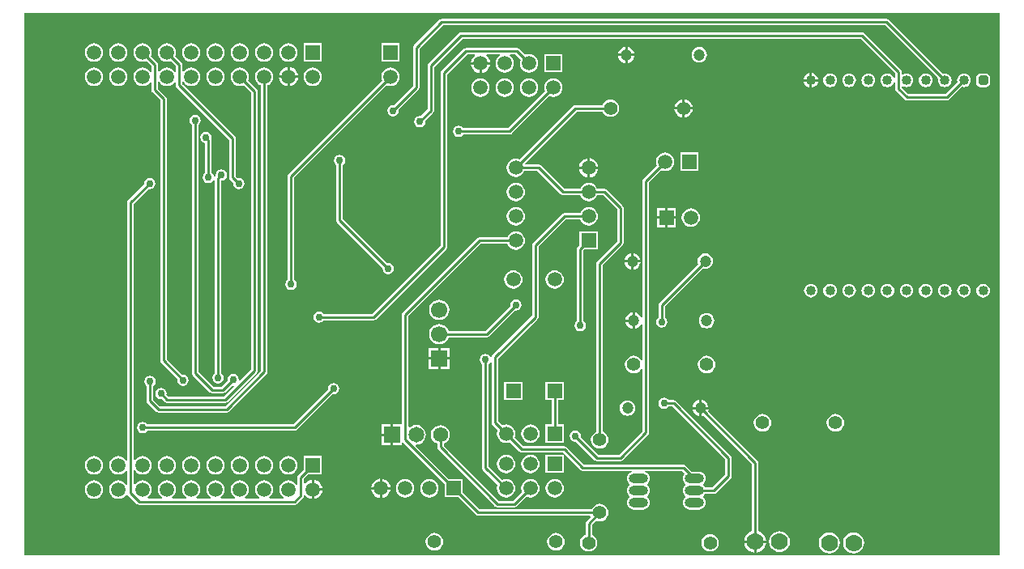
<source format=gbl>
G04 Layer_Physical_Order=2*
G04 Layer_Color=16711680*
%FSLAX25Y25*%
%MOIN*%
G70*
G01*
G75*
%ADD17C,0.01000*%
%ADD18C,0.04724*%
%ADD19C,0.07000*%
%ADD20C,0.05512*%
%ADD21C,0.06693*%
%ADD22R,0.06693X0.06693*%
%ADD23C,0.05906*%
%ADD24R,0.05906X0.05906*%
%ADD25C,0.06200*%
%ADD26C,0.06500*%
%ADD27R,0.06500X0.06500*%
%ADD28R,0.05906X0.05906*%
%ADD29O,0.07874X0.03937*%
%ADD30O,0.07874X0.03937*%
G04:AMPARAMS|DCode=31|XSize=40mil|YSize=40mil|CornerRadius=10mil|HoleSize=0mil|Usage=FLASHONLY|Rotation=270.000|XOffset=0mil|YOffset=0mil|HoleType=Round|Shape=RoundedRectangle|*
%AMROUNDEDRECTD31*
21,1,0.04000,0.02000,0,0,270.0*
21,1,0.02000,0.04000,0,0,270.0*
1,1,0.02000,-0.01000,-0.01000*
1,1,0.02000,-0.01000,0.01000*
1,1,0.02000,0.01000,0.01000*
1,1,0.02000,0.01000,-0.01000*
%
%ADD31ROUNDEDRECTD31*%
%ADD32C,0.04000*%
%ADD33C,0.03000*%
G36*
X502674Y87826D02*
X101326D01*
Y91500D01*
Y100000D01*
Y311175D01*
X502674D01*
Y87826D01*
D02*
G37*
%LPC*%
G36*
X349500Y297325D02*
Y294500D01*
X352325D01*
X352276Y294878D01*
X351937Y295696D01*
X351398Y296398D01*
X350696Y296937D01*
X349878Y297276D01*
X349500Y297325D01*
D02*
G37*
G36*
X348500D02*
X348122Y297276D01*
X347304Y296937D01*
X346602Y296398D01*
X346063Y295696D01*
X345724Y294878D01*
X345675Y294500D01*
X348500D01*
Y297325D01*
D02*
G37*
G36*
X255753Y298753D02*
X248247D01*
Y291247D01*
X255753D01*
Y298753D01*
D02*
G37*
G36*
X223753D02*
X216247D01*
Y291247D01*
X223753D01*
Y298753D01*
D02*
G37*
G36*
X210000Y298785D02*
X209020Y298656D01*
X208107Y298278D01*
X207324Y297676D01*
X206722Y296893D01*
X206344Y295980D01*
X206215Y295000D01*
X206344Y294020D01*
X206722Y293107D01*
X207324Y292323D01*
X208107Y291722D01*
X209020Y291344D01*
X210000Y291215D01*
X210980Y291344D01*
X211893Y291722D01*
X212677Y292323D01*
X213278Y293107D01*
X213656Y294020D01*
X213785Y295000D01*
X213656Y295980D01*
X213278Y296893D01*
X212677Y297676D01*
X211893Y298278D01*
X210980Y298656D01*
X210000Y298785D01*
D02*
G37*
G36*
X200000D02*
X199020Y298656D01*
X198107Y298278D01*
X197324Y297676D01*
X196722Y296893D01*
X196344Y295980D01*
X196215Y295000D01*
X196344Y294020D01*
X196722Y293107D01*
X197324Y292323D01*
X198107Y291722D01*
X199020Y291344D01*
X200000Y291215D01*
X200980Y291344D01*
X201893Y291722D01*
X202677Y292323D01*
X203278Y293107D01*
X203656Y294020D01*
X203785Y295000D01*
X203656Y295980D01*
X203278Y296893D01*
X202677Y297676D01*
X201893Y298278D01*
X200980Y298656D01*
X200000Y298785D01*
D02*
G37*
G36*
X190000D02*
X189020Y298656D01*
X188107Y298278D01*
X187323Y297676D01*
X186722Y296893D01*
X186344Y295980D01*
X186215Y295000D01*
X186344Y294020D01*
X186722Y293107D01*
X187323Y292323D01*
X188107Y291722D01*
X189020Y291344D01*
X190000Y291215D01*
X190980Y291344D01*
X191893Y291722D01*
X192676Y292323D01*
X193278Y293107D01*
X193656Y294020D01*
X193785Y295000D01*
X193656Y295980D01*
X193278Y296893D01*
X192676Y297676D01*
X191893Y298278D01*
X190980Y298656D01*
X190000Y298785D01*
D02*
G37*
G36*
X180000D02*
X179020Y298656D01*
X178107Y298278D01*
X177323Y297676D01*
X176722Y296893D01*
X176344Y295980D01*
X176215Y295000D01*
X176344Y294020D01*
X176722Y293107D01*
X177323Y292323D01*
X178107Y291722D01*
X179020Y291344D01*
X180000Y291215D01*
X180980Y291344D01*
X181893Y291722D01*
X182676Y292323D01*
X183278Y293107D01*
X183656Y294020D01*
X183785Y295000D01*
X183656Y295980D01*
X183278Y296893D01*
X182676Y297676D01*
X181893Y298278D01*
X180980Y298656D01*
X180000Y298785D01*
D02*
G37*
G36*
X170000D02*
X169020Y298656D01*
X168107Y298278D01*
X167324Y297676D01*
X166722Y296893D01*
X166344Y295980D01*
X166215Y295000D01*
X166344Y294020D01*
X166722Y293107D01*
X167324Y292323D01*
X168107Y291722D01*
X169020Y291344D01*
X170000Y291215D01*
X170980Y291344D01*
X171893Y291722D01*
X172677Y292323D01*
X173278Y293107D01*
X173656Y294020D01*
X173785Y295000D01*
X173656Y295980D01*
X173278Y296893D01*
X172677Y297676D01*
X171893Y298278D01*
X170980Y298656D01*
X170000Y298785D01*
D02*
G37*
G36*
X140000D02*
X139020Y298656D01*
X138107Y298278D01*
X137323Y297676D01*
X136722Y296893D01*
X136344Y295980D01*
X136215Y295000D01*
X136344Y294020D01*
X136722Y293107D01*
X137323Y292323D01*
X138107Y291722D01*
X139020Y291344D01*
X140000Y291215D01*
X140980Y291344D01*
X141893Y291722D01*
X142676Y292323D01*
X143278Y293107D01*
X143656Y294020D01*
X143785Y295000D01*
X143656Y295980D01*
X143278Y296893D01*
X142676Y297676D01*
X141893Y298278D01*
X140980Y298656D01*
X140000Y298785D01*
D02*
G37*
G36*
X130000D02*
X129020Y298656D01*
X128107Y298278D01*
X127323Y297676D01*
X126722Y296893D01*
X126344Y295980D01*
X126215Y295000D01*
X126344Y294020D01*
X126722Y293107D01*
X127323Y292323D01*
X128107Y291722D01*
X129020Y291344D01*
X130000Y291215D01*
X130980Y291344D01*
X131893Y291722D01*
X132676Y292323D01*
X133278Y293107D01*
X133656Y294020D01*
X133785Y295000D01*
X133656Y295980D01*
X133278Y296893D01*
X132676Y297676D01*
X131893Y298278D01*
X130980Y298656D01*
X130000Y298785D01*
D02*
G37*
G36*
X379000Y297189D02*
X378174Y297081D01*
X377405Y296762D01*
X376745Y296255D01*
X376238Y295595D01*
X375919Y294826D01*
X375811Y294000D01*
X375919Y293175D01*
X376238Y292405D01*
X376745Y291745D01*
X377405Y291238D01*
X378174Y290919D01*
X379000Y290810D01*
X379825Y290919D01*
X380595Y291238D01*
X381255Y291745D01*
X381762Y292405D01*
X382081Y293175D01*
X382189Y294000D01*
X382081Y294826D01*
X381762Y295595D01*
X381255Y296255D01*
X380595Y296762D01*
X379825Y297081D01*
X379000Y297189D01*
D02*
G37*
G36*
X352325Y293500D02*
X349500D01*
Y290675D01*
X349878Y290724D01*
X350696Y291063D01*
X351398Y291602D01*
X351937Y292304D01*
X352276Y293122D01*
X352325Y293500D01*
D02*
G37*
G36*
X348500D02*
X345675D01*
X345724Y293122D01*
X346063Y292304D01*
X346602Y291602D01*
X347304Y291063D01*
X348122Y290724D01*
X348500Y290675D01*
Y293500D01*
D02*
G37*
G36*
X160000Y298785D02*
X159020Y298656D01*
X158107Y298278D01*
X157324Y297676D01*
X156722Y296893D01*
X156344Y295980D01*
X156215Y295000D01*
X156344Y294020D01*
X156722Y293107D01*
X157324Y292323D01*
X158107Y291722D01*
X159020Y291344D01*
X160000Y291215D01*
X160980Y291344D01*
X161547Y291579D01*
X163674Y289451D01*
Y287197D01*
X163174Y287027D01*
X162677Y287677D01*
X161893Y288278D01*
X160980Y288656D01*
X160000Y288785D01*
X159020Y288656D01*
X158107Y288278D01*
X157324Y287677D01*
X156825Y287027D01*
X156325Y287197D01*
Y290000D01*
X156225Y290507D01*
X155937Y290937D01*
X153421Y293453D01*
X153656Y294020D01*
X153785Y295000D01*
X153656Y295980D01*
X153278Y296893D01*
X152676Y297676D01*
X151893Y298278D01*
X150980Y298656D01*
X150000Y298785D01*
X149020Y298656D01*
X148107Y298278D01*
X147324Y297676D01*
X146722Y296893D01*
X146344Y295980D01*
X146215Y295000D01*
X146344Y294020D01*
X146722Y293107D01*
X147324Y292323D01*
X148107Y291722D01*
X149020Y291344D01*
X150000Y291215D01*
X150980Y291344D01*
X151547Y291579D01*
X153674Y289451D01*
Y287197D01*
X153174Y287027D01*
X152676Y287677D01*
X151893Y288278D01*
X150980Y288656D01*
X150000Y288785D01*
X149020Y288656D01*
X148107Y288278D01*
X147324Y287677D01*
X146722Y286893D01*
X146344Y285980D01*
X146215Y285000D01*
X146344Y284020D01*
X146722Y283107D01*
X147324Y282324D01*
X148107Y281722D01*
X149020Y281344D01*
X150000Y281215D01*
X150980Y281344D01*
X151893Y281722D01*
X152676Y282324D01*
X153174Y282973D01*
X153674Y282803D01*
Y279500D01*
X153775Y278993D01*
X154063Y278563D01*
X157175Y275451D01*
Y168095D01*
X157275Y167587D01*
X157563Y167157D01*
X164328Y160392D01*
X164249Y160000D01*
X164428Y159103D01*
X164936Y158342D01*
X165697Y157833D01*
X166595Y157655D01*
X167492Y157833D01*
X168253Y158342D01*
X168761Y159103D01*
X168939Y160000D01*
X168761Y160897D01*
X168253Y161658D01*
X167492Y162167D01*
X166595Y162345D01*
X166202Y162267D01*
X159826Y168643D01*
Y276000D01*
X159725Y276507D01*
X159437Y276937D01*
X156325Y280049D01*
Y282803D01*
X156825Y282973D01*
X157324Y282324D01*
X158107Y281722D01*
X159020Y281344D01*
X160000Y281215D01*
X160980Y281344D01*
X161893Y281722D01*
X162677Y282324D01*
X163174Y282973D01*
X163674Y282803D01*
Y281500D01*
X163775Y280993D01*
X164063Y280563D01*
X185675Y258951D01*
Y243500D01*
X185775Y242993D01*
X186063Y242563D01*
X187233Y241392D01*
X187155Y241000D01*
X187333Y240103D01*
X187842Y239342D01*
X188603Y238833D01*
X189500Y238655D01*
X190397Y238833D01*
X191158Y239342D01*
X191667Y240103D01*
X191845Y241000D01*
X191667Y241897D01*
X191158Y242658D01*
X190397Y243167D01*
X189500Y243345D01*
X189108Y243267D01*
X188326Y244049D01*
Y259500D01*
X188225Y260007D01*
X187937Y260437D01*
X166325Y282049D01*
Y282803D01*
X166825Y282973D01*
X167324Y282324D01*
X168107Y281722D01*
X169020Y281344D01*
X170000Y281215D01*
X170980Y281344D01*
X171893Y281722D01*
X172677Y282324D01*
X173278Y283107D01*
X173656Y284020D01*
X173785Y285000D01*
X173656Y285980D01*
X173278Y286893D01*
X172677Y287677D01*
X171893Y288278D01*
X170980Y288656D01*
X170000Y288785D01*
X169020Y288656D01*
X168107Y288278D01*
X167324Y287677D01*
X166825Y287027D01*
X166325Y287197D01*
Y290000D01*
X166225Y290507D01*
X165937Y290937D01*
X163421Y293453D01*
X163656Y294020D01*
X163785Y295000D01*
X163656Y295980D01*
X163278Y296893D01*
X162677Y297676D01*
X161893Y298278D01*
X160980Y298656D01*
X160000Y298785D01*
D02*
G37*
G36*
X322753Y294253D02*
X315247D01*
Y286747D01*
X322753D01*
Y294253D01*
D02*
G37*
G36*
X304000Y296826D02*
X283000D01*
X282493Y296725D01*
X282063Y296437D01*
X273063Y287437D01*
X272775Y287007D01*
X272674Y286500D01*
Y215549D01*
X244451Y187326D01*
X224380D01*
X224158Y187658D01*
X223397Y188167D01*
X222500Y188345D01*
X221603Y188167D01*
X220842Y187658D01*
X220333Y186897D01*
X220155Y186000D01*
X220333Y185103D01*
X220842Y184342D01*
X221603Y183833D01*
X222500Y183655D01*
X223397Y183833D01*
X224158Y184342D01*
X224380Y184675D01*
X245000D01*
X245507Y184775D01*
X245937Y185063D01*
X274937Y214063D01*
X275225Y214493D01*
X275325Y215000D01*
Y285951D01*
X283549Y294175D01*
X286474D01*
X286644Y293674D01*
X286181Y293319D01*
X285547Y292493D01*
X285149Y291532D01*
X285079Y291000D01*
X289000D01*
X292921D01*
X292851Y291532D01*
X292453Y292493D01*
X291819Y293319D01*
X291356Y293674D01*
X291526Y294175D01*
X296803D01*
X296973Y293674D01*
X296323Y293177D01*
X295722Y292393D01*
X295344Y291480D01*
X295215Y290500D01*
X295344Y289520D01*
X295722Y288607D01*
X296323Y287824D01*
X297107Y287222D01*
X298020Y286844D01*
X299000Y286715D01*
X299980Y286844D01*
X300893Y287222D01*
X301677Y287824D01*
X302278Y288607D01*
X302656Y289520D01*
X302785Y290500D01*
X302656Y291480D01*
X302278Y292393D01*
X301677Y293177D01*
X301027Y293674D01*
X301197Y294175D01*
X303451D01*
X305579Y292047D01*
X305344Y291480D01*
X305215Y290500D01*
X305344Y289520D01*
X305722Y288607D01*
X306324Y287824D01*
X307107Y287222D01*
X308020Y286844D01*
X309000Y286715D01*
X309980Y286844D01*
X310893Y287222D01*
X311677Y287824D01*
X312278Y288607D01*
X312656Y289520D01*
X312785Y290500D01*
X312656Y291480D01*
X312278Y292393D01*
X311677Y293177D01*
X310893Y293778D01*
X309980Y294156D01*
X309000Y294285D01*
X308020Y294156D01*
X307453Y293921D01*
X304937Y296437D01*
X304507Y296725D01*
X304000Y296826D01*
D02*
G37*
G36*
X292921Y290000D02*
X289500D01*
Y286579D01*
X290032Y286649D01*
X290993Y287047D01*
X291819Y287681D01*
X292453Y288507D01*
X292851Y289468D01*
X292921Y290000D01*
D02*
G37*
G36*
X288500D02*
X285079D01*
X285149Y289468D01*
X285547Y288507D01*
X286181Y287681D01*
X287007Y287047D01*
X287968Y286649D01*
X288500Y286579D01*
Y290000D01*
D02*
G37*
G36*
X210500Y288921D02*
Y285500D01*
X213921D01*
X213851Y286032D01*
X213453Y286993D01*
X212819Y287819D01*
X211993Y288453D01*
X211032Y288851D01*
X210500Y288921D01*
D02*
G37*
G36*
X209500D02*
X208968Y288851D01*
X208007Y288453D01*
X207181Y287819D01*
X206547Y286993D01*
X206149Y286032D01*
X206079Y285500D01*
X209500D01*
Y288921D01*
D02*
G37*
G36*
X446000Y303326D02*
X281000D01*
X280493Y303225D01*
X280063Y302937D01*
X267563Y290437D01*
X267275Y290007D01*
X267175Y289500D01*
Y271549D01*
X264392Y268767D01*
X264000Y268845D01*
X263103Y268667D01*
X262342Y268158D01*
X261833Y267397D01*
X261655Y266500D01*
X261833Y265603D01*
X262342Y264842D01*
X263103Y264333D01*
X264000Y264155D01*
X264897Y264333D01*
X265658Y264842D01*
X266167Y265603D01*
X266345Y266500D01*
X266267Y266893D01*
X269437Y270063D01*
X269725Y270493D01*
X269826Y271000D01*
Y288951D01*
X281549Y300675D01*
X445451D01*
X459675Y286451D01*
Y284071D01*
X459174Y284038D01*
X459149Y284231D01*
X458867Y284912D01*
X458418Y285497D01*
X457833Y285946D01*
X457152Y286228D01*
X456421Y286324D01*
X455690Y286228D01*
X455009Y285946D01*
X454424Y285497D01*
X453975Y284912D01*
X453693Y284231D01*
X453597Y283500D01*
X453693Y282769D01*
X453975Y282088D01*
X454424Y281503D01*
X455009Y281054D01*
X455690Y280772D01*
X456421Y280676D01*
X457152Y280772D01*
X457833Y281054D01*
X458418Y281503D01*
X458867Y282088D01*
X459149Y282769D01*
X459174Y282962D01*
X459675Y282929D01*
Y280000D01*
X459775Y279493D01*
X460063Y279063D01*
X463563Y275563D01*
X463993Y275275D01*
X464500Y275174D01*
X480917D01*
X481425Y275275D01*
X481855Y275563D01*
X487100Y280808D01*
X487186Y280772D01*
X487917Y280676D01*
X488648Y280772D01*
X489329Y281054D01*
X489914Y281503D01*
X490363Y282088D01*
X490645Y282769D01*
X490741Y283500D01*
X490645Y284231D01*
X490363Y284912D01*
X489914Y285497D01*
X489329Y285946D01*
X488648Y286228D01*
X487917Y286324D01*
X487186Y286228D01*
X486505Y285946D01*
X485920Y285497D01*
X485471Y284912D01*
X485189Y284231D01*
X485093Y283500D01*
X485189Y282769D01*
X485225Y282682D01*
X480368Y277825D01*
X465049D01*
X462415Y280460D01*
X462449Y280778D01*
X462672Y280920D01*
X462940Y281031D01*
X463564Y280772D01*
X464295Y280676D01*
X465026Y280772D01*
X465707Y281054D01*
X466292Y281503D01*
X466741Y282088D01*
X467023Y282769D01*
X467119Y283500D01*
X467023Y284231D01*
X466741Y284912D01*
X466292Y285497D01*
X465707Y285946D01*
X465026Y286228D01*
X464295Y286324D01*
X463564Y286228D01*
X462883Y285946D01*
X462774Y285862D01*
X462325Y286083D01*
Y287000D01*
X462225Y287507D01*
X461937Y287937D01*
X446937Y302937D01*
X446507Y303225D01*
X446000Y303326D01*
D02*
G37*
G36*
X425425Y286460D02*
Y284000D01*
X427885D01*
X427848Y284283D01*
X427546Y285013D01*
X427065Y285640D01*
X426438Y286121D01*
X425708Y286423D01*
X425425Y286460D01*
D02*
G37*
G36*
X424425D02*
X424142Y286423D01*
X423412Y286121D01*
X422786Y285640D01*
X422305Y285013D01*
X422002Y284283D01*
X421965Y284000D01*
X424425D01*
Y286460D01*
D02*
G37*
G36*
X252000Y288785D02*
X251020Y288656D01*
X250107Y288278D01*
X249324Y287677D01*
X248722Y286893D01*
X248344Y285980D01*
X248215Y285000D01*
X248344Y284020D01*
X248579Y283453D01*
X210063Y244937D01*
X209775Y244507D01*
X209675Y244000D01*
Y201380D01*
X209342Y201158D01*
X208833Y200397D01*
X208655Y199500D01*
X208833Y198603D01*
X209342Y197842D01*
X210103Y197333D01*
X211000Y197155D01*
X211897Y197333D01*
X212658Y197842D01*
X213167Y198603D01*
X213345Y199500D01*
X213167Y200397D01*
X212658Y201158D01*
X212326Y201380D01*
Y243451D01*
X250453Y281579D01*
X251020Y281344D01*
X252000Y281215D01*
X252980Y281344D01*
X253893Y281722D01*
X254677Y282324D01*
X255278Y283107D01*
X255656Y284020D01*
X255785Y285000D01*
X255656Y285980D01*
X255278Y286893D01*
X254677Y287677D01*
X253893Y288278D01*
X252980Y288656D01*
X252000Y288785D01*
D02*
G37*
G36*
X220000D02*
X219020Y288656D01*
X218107Y288278D01*
X217323Y287677D01*
X216722Y286893D01*
X216344Y285980D01*
X216215Y285000D01*
X216344Y284020D01*
X216722Y283107D01*
X217323Y282324D01*
X218107Y281722D01*
X219020Y281344D01*
X220000Y281215D01*
X220980Y281344D01*
X221893Y281722D01*
X222676Y282324D01*
X223278Y283107D01*
X223656Y284020D01*
X223785Y285000D01*
X223656Y285980D01*
X223278Y286893D01*
X222676Y287677D01*
X221893Y288278D01*
X220980Y288656D01*
X220000Y288785D01*
D02*
G37*
G36*
X180000D02*
X179020Y288656D01*
X178107Y288278D01*
X177323Y287677D01*
X176722Y286893D01*
X176344Y285980D01*
X176215Y285000D01*
X176344Y284020D01*
X176722Y283107D01*
X177323Y282324D01*
X178107Y281722D01*
X179020Y281344D01*
X180000Y281215D01*
X180980Y281344D01*
X181893Y281722D01*
X182676Y282324D01*
X183278Y283107D01*
X183656Y284020D01*
X183785Y285000D01*
X183656Y285980D01*
X183278Y286893D01*
X182676Y287677D01*
X181893Y288278D01*
X180980Y288656D01*
X180000Y288785D01*
D02*
G37*
G36*
X140000D02*
X139020Y288656D01*
X138107Y288278D01*
X137323Y287677D01*
X136722Y286893D01*
X136344Y285980D01*
X136215Y285000D01*
X136344Y284020D01*
X136722Y283107D01*
X137323Y282324D01*
X138107Y281722D01*
X139020Y281344D01*
X140000Y281215D01*
X140980Y281344D01*
X141893Y281722D01*
X142676Y282324D01*
X143278Y283107D01*
X143656Y284020D01*
X143785Y285000D01*
X143656Y285980D01*
X143278Y286893D01*
X142676Y287677D01*
X141893Y288278D01*
X140980Y288656D01*
X140000Y288785D01*
D02*
G37*
G36*
X130000D02*
X129020Y288656D01*
X128107Y288278D01*
X127323Y287677D01*
X126722Y286893D01*
X126344Y285980D01*
X126215Y285000D01*
X126344Y284020D01*
X126722Y283107D01*
X127323Y282324D01*
X128107Y281722D01*
X129020Y281344D01*
X130000Y281215D01*
X130980Y281344D01*
X131893Y281722D01*
X132676Y282324D01*
X133278Y283107D01*
X133656Y284020D01*
X133785Y285000D01*
X133656Y285980D01*
X133278Y286893D01*
X132676Y287677D01*
X131893Y288278D01*
X130980Y288656D01*
X130000Y288785D01*
D02*
G37*
G36*
X213921Y284500D02*
X210500D01*
Y281079D01*
X211032Y281149D01*
X211993Y281547D01*
X212819Y282181D01*
X213453Y283007D01*
X213851Y283968D01*
X213921Y284500D01*
D02*
G37*
G36*
X209500D02*
X206079D01*
X206149Y283968D01*
X206547Y283007D01*
X207181Y282181D01*
X208007Y281547D01*
X208968Y281149D01*
X209500Y281079D01*
Y284500D01*
D02*
G37*
G36*
X456043Y308825D02*
X273000D01*
X272493Y308725D01*
X272063Y308437D01*
X261563Y297937D01*
X261275Y297507D01*
X261175Y297000D01*
Y281049D01*
X253393Y273267D01*
X253000Y273345D01*
X252103Y273167D01*
X251342Y272658D01*
X250833Y271897D01*
X250655Y271000D01*
X250833Y270103D01*
X251342Y269342D01*
X252103Y268833D01*
X253000Y268655D01*
X253897Y268833D01*
X254658Y269342D01*
X255167Y270103D01*
X255345Y271000D01*
X255267Y271392D01*
X263437Y279563D01*
X263725Y279993D01*
X263825Y280500D01*
Y296451D01*
X273549Y306174D01*
X455494D01*
X477351Y284318D01*
X477315Y284231D01*
X477219Y283500D01*
X477315Y282769D01*
X477598Y282088D01*
X478046Y281503D01*
X478631Y281054D01*
X479312Y280772D01*
X480043Y280676D01*
X480774Y280772D01*
X481455Y281054D01*
X482040Y281503D01*
X482489Y282088D01*
X482771Y282769D01*
X482867Y283500D01*
X482771Y284231D01*
X482489Y284912D01*
X482040Y285497D01*
X481455Y285946D01*
X480774Y286228D01*
X480043Y286324D01*
X479312Y286228D01*
X479226Y286192D01*
X456981Y308437D01*
X456551Y308725D01*
X456043Y308825D01*
D02*
G37*
G36*
X472169Y286324D02*
X471438Y286228D01*
X470757Y285946D01*
X470172Y285497D01*
X469724Y284912D01*
X469441Y284231D01*
X469345Y283500D01*
X469441Y282769D01*
X469724Y282088D01*
X470172Y281503D01*
X470757Y281054D01*
X471438Y280772D01*
X472169Y280676D01*
X472900Y280772D01*
X473581Y281054D01*
X474166Y281503D01*
X474615Y282088D01*
X474897Y282769D01*
X474994Y283500D01*
X474897Y284231D01*
X474615Y284912D01*
X474166Y285497D01*
X473581Y285946D01*
X472900Y286228D01*
X472169Y286324D01*
D02*
G37*
G36*
X448547D02*
X447816Y286228D01*
X447135Y285946D01*
X446550Y285497D01*
X446102Y284912D01*
X445819Y284231D01*
X445723Y283500D01*
X445819Y282769D01*
X446102Y282088D01*
X446550Y281503D01*
X447135Y281054D01*
X447816Y280772D01*
X448547Y280676D01*
X449278Y280772D01*
X449959Y281054D01*
X450544Y281503D01*
X450993Y282088D01*
X451275Y282769D01*
X451371Y283500D01*
X451275Y284231D01*
X450993Y284912D01*
X450544Y285497D01*
X449959Y285946D01*
X449278Y286228D01*
X448547Y286324D01*
D02*
G37*
G36*
X440673D02*
X439942Y286228D01*
X439261Y285946D01*
X438676Y285497D01*
X438227Y284912D01*
X437945Y284231D01*
X437849Y283500D01*
X437945Y282769D01*
X438227Y282088D01*
X438676Y281503D01*
X439261Y281054D01*
X439942Y280772D01*
X440673Y280676D01*
X441404Y280772D01*
X442085Y281054D01*
X442670Y281503D01*
X443119Y282088D01*
X443401Y282769D01*
X443497Y283500D01*
X443401Y284231D01*
X443119Y284912D01*
X442670Y285497D01*
X442085Y285946D01*
X441404Y286228D01*
X440673Y286324D01*
D02*
G37*
G36*
X432799D02*
X432068Y286228D01*
X431387Y285946D01*
X430802Y285497D01*
X430353Y284912D01*
X430071Y284231D01*
X429975Y283500D01*
X430071Y282769D01*
X430353Y282088D01*
X430802Y281503D01*
X431387Y281054D01*
X432068Y280772D01*
X432799Y280676D01*
X433530Y280772D01*
X434211Y281054D01*
X434796Y281503D01*
X435245Y282088D01*
X435527Y282769D01*
X435623Y283500D01*
X435527Y284231D01*
X435245Y284912D01*
X434796Y285497D01*
X434211Y285946D01*
X433530Y286228D01*
X432799Y286324D01*
D02*
G37*
G36*
X496791Y286335D02*
X494791D01*
X494089Y286196D01*
X493494Y285798D01*
X493096Y285202D01*
X492956Y284500D01*
Y282500D01*
X493096Y281798D01*
X493494Y281202D01*
X494089Y280804D01*
X494791Y280665D01*
X496791D01*
X497494Y280804D01*
X498089Y281202D01*
X498487Y281798D01*
X498627Y282500D01*
Y284500D01*
X498487Y285202D01*
X498089Y285798D01*
X497494Y286196D01*
X496791Y286335D01*
D02*
G37*
G36*
X427885Y283000D02*
X425425D01*
Y280540D01*
X425708Y280577D01*
X426438Y280879D01*
X427065Y281360D01*
X427546Y281987D01*
X427848Y282717D01*
X427885Y283000D01*
D02*
G37*
G36*
X424425D02*
X421965D01*
X422002Y282717D01*
X422305Y281987D01*
X422786Y281360D01*
X423412Y280879D01*
X424142Y280577D01*
X424425Y280540D01*
Y283000D01*
D02*
G37*
G36*
X319000Y284285D02*
X318020Y284156D01*
X317107Y283778D01*
X316323Y283176D01*
X315722Y282393D01*
X315344Y281480D01*
X315215Y280500D01*
X315344Y279520D01*
X315579Y278953D01*
X300451Y263825D01*
X281880D01*
X281658Y264158D01*
X280897Y264667D01*
X280000Y264845D01*
X279103Y264667D01*
X278342Y264158D01*
X277833Y263397D01*
X277655Y262500D01*
X277833Y261603D01*
X278342Y260842D01*
X279103Y260333D01*
X280000Y260155D01*
X280897Y260333D01*
X281658Y260842D01*
X281880Y261175D01*
X301000D01*
X301507Y261275D01*
X301937Y261563D01*
X317453Y277079D01*
X318020Y276844D01*
X319000Y276715D01*
X319980Y276844D01*
X320893Y277222D01*
X321676Y277823D01*
X322278Y278607D01*
X322656Y279520D01*
X322785Y280500D01*
X322656Y281480D01*
X322278Y282393D01*
X321676Y283176D01*
X320893Y283778D01*
X319980Y284156D01*
X319000Y284285D01*
D02*
G37*
G36*
X309000D02*
X308020Y284156D01*
X307107Y283778D01*
X306324Y283176D01*
X305722Y282393D01*
X305344Y281480D01*
X305215Y280500D01*
X305344Y279520D01*
X305722Y278607D01*
X306324Y277823D01*
X307107Y277222D01*
X308020Y276844D01*
X309000Y276715D01*
X309980Y276844D01*
X310893Y277222D01*
X311677Y277823D01*
X312278Y278607D01*
X312656Y279520D01*
X312785Y280500D01*
X312656Y281480D01*
X312278Y282393D01*
X311677Y283176D01*
X310893Y283778D01*
X309980Y284156D01*
X309000Y284285D01*
D02*
G37*
G36*
X299000D02*
X298020Y284156D01*
X297107Y283778D01*
X296323Y283176D01*
X295722Y282393D01*
X295344Y281480D01*
X295215Y280500D01*
X295344Y279520D01*
X295722Y278607D01*
X296323Y277823D01*
X297107Y277222D01*
X298020Y276844D01*
X299000Y276715D01*
X299980Y276844D01*
X300893Y277222D01*
X301677Y277823D01*
X302278Y278607D01*
X302656Y279520D01*
X302785Y280500D01*
X302656Y281480D01*
X302278Y282393D01*
X301677Y283176D01*
X300893Y283778D01*
X299980Y284156D01*
X299000Y284285D01*
D02*
G37*
G36*
X289000D02*
X288020Y284156D01*
X287107Y283778D01*
X286323Y283176D01*
X285722Y282393D01*
X285344Y281480D01*
X285215Y280500D01*
X285344Y279520D01*
X285722Y278607D01*
X286323Y277823D01*
X287107Y277222D01*
X288020Y276844D01*
X289000Y276715D01*
X289980Y276844D01*
X290893Y277222D01*
X291676Y277823D01*
X292278Y278607D01*
X292656Y279520D01*
X292785Y280500D01*
X292656Y281480D01*
X292278Y282393D01*
X291676Y283176D01*
X290893Y283778D01*
X289980Y284156D01*
X289000Y284285D01*
D02*
G37*
G36*
X373000Y275723D02*
Y272500D01*
X376222D01*
X376159Y272980D01*
X375781Y273894D01*
X375179Y274679D01*
X374394Y275281D01*
X373481Y275659D01*
X373000Y275723D01*
D02*
G37*
G36*
X372000D02*
X371519Y275659D01*
X370606Y275281D01*
X369821Y274679D01*
X369219Y273894D01*
X368841Y272980D01*
X368777Y272500D01*
X372000D01*
Y275723D01*
D02*
G37*
G36*
X342500Y275587D02*
X341572Y275464D01*
X340707Y275106D01*
X339964Y274536D01*
X339394Y273793D01*
X339200Y273325D01*
X328000D01*
X327493Y273225D01*
X327063Y272937D01*
X305047Y250921D01*
X304480Y251156D01*
X303500Y251285D01*
X302520Y251156D01*
X301607Y250778D01*
X300823Y250177D01*
X300222Y249393D01*
X299844Y248480D01*
X299715Y247500D01*
X299844Y246520D01*
X300222Y245607D01*
X300823Y244824D01*
X301607Y244222D01*
X302520Y243844D01*
X303500Y243715D01*
X304480Y243844D01*
X305393Y244222D01*
X306176Y244824D01*
X306778Y245607D01*
X307013Y246175D01*
X312451D01*
X322063Y236563D01*
X322493Y236275D01*
X323000Y236175D01*
X329987D01*
X330222Y235607D01*
X330823Y234823D01*
X331607Y234222D01*
X332520Y233844D01*
X333500Y233715D01*
X334480Y233844D01*
X335393Y234222D01*
X336176Y234823D01*
X336778Y235607D01*
X337013Y236175D01*
X339451D01*
X345175Y230451D01*
Y217049D01*
X337063Y208937D01*
X336775Y208507D01*
X336674Y208000D01*
Y138800D01*
X336207Y138606D01*
X335464Y138036D01*
X334894Y137293D01*
X334536Y136428D01*
X334413Y135500D01*
X334536Y134572D01*
X334894Y133707D01*
X335464Y132964D01*
X336207Y132394D01*
X337072Y132036D01*
X338000Y131913D01*
X338928Y132036D01*
X339793Y132394D01*
X340536Y132964D01*
X341106Y133707D01*
X341464Y134572D01*
X341587Y135500D01*
X341464Y136428D01*
X341106Y137293D01*
X340536Y138036D01*
X339793Y138606D01*
X339325Y138800D01*
Y207451D01*
X347437Y215563D01*
X347725Y215993D01*
X347826Y216500D01*
Y231000D01*
X347725Y231507D01*
X347437Y231937D01*
X340937Y238437D01*
X340507Y238725D01*
X340000Y238825D01*
X337013D01*
X336778Y239393D01*
X336176Y240177D01*
X335393Y240778D01*
X334480Y241156D01*
X333500Y241285D01*
X332520Y241156D01*
X331607Y240778D01*
X330823Y240177D01*
X330222Y239393D01*
X329987Y238825D01*
X323549D01*
X313937Y248437D01*
X313507Y248725D01*
X313000Y248826D01*
X307407D01*
X307200Y249325D01*
X328549Y270674D01*
X339200D01*
X339394Y270207D01*
X339964Y269464D01*
X340707Y268894D01*
X341572Y268536D01*
X342500Y268413D01*
X343428Y268536D01*
X344293Y268894D01*
X345036Y269464D01*
X345606Y270207D01*
X345964Y271072D01*
X346087Y272000D01*
X345964Y272928D01*
X345606Y273793D01*
X345036Y274536D01*
X344293Y275106D01*
X343428Y275464D01*
X342500Y275587D01*
D02*
G37*
G36*
X376222Y271500D02*
X373000D01*
Y268278D01*
X373481Y268341D01*
X374394Y268719D01*
X375179Y269321D01*
X375781Y270106D01*
X376159Y271020D01*
X376222Y271500D01*
D02*
G37*
G36*
X372000D02*
X368777D01*
X368841Y271020D01*
X369219Y270106D01*
X369821Y269321D01*
X370606Y268719D01*
X371519Y268341D01*
X372000Y268278D01*
Y271500D01*
D02*
G37*
G36*
X334000Y251421D02*
Y248000D01*
X337421D01*
X337351Y248532D01*
X336953Y249493D01*
X336319Y250319D01*
X335493Y250953D01*
X334532Y251351D01*
X334000Y251421D01*
D02*
G37*
G36*
X333000D02*
X332468Y251351D01*
X331507Y250953D01*
X330681Y250319D01*
X330047Y249493D01*
X329649Y248532D01*
X329579Y248000D01*
X333000D01*
Y251421D01*
D02*
G37*
G36*
X378753Y253753D02*
X371247D01*
Y246247D01*
X378753D01*
Y253753D01*
D02*
G37*
G36*
X365000Y253785D02*
X364020Y253656D01*
X363107Y253278D01*
X362323Y252677D01*
X361722Y251893D01*
X361344Y250980D01*
X361215Y250000D01*
X361344Y249020D01*
X361579Y248453D01*
X356063Y242937D01*
X355775Y242507D01*
X355675Y242000D01*
Y185721D01*
X355174Y185622D01*
X354937Y186196D01*
X354398Y186898D01*
X353696Y187437D01*
X352878Y187776D01*
X352500Y187825D01*
Y184500D01*
Y181175D01*
X352878Y181224D01*
X353696Y181563D01*
X354398Y182102D01*
X354937Y182804D01*
X355174Y183378D01*
X355675Y183279D01*
Y168228D01*
X355174Y168128D01*
X355106Y168293D01*
X354536Y169036D01*
X353793Y169606D01*
X352928Y169964D01*
X352000Y170087D01*
X351072Y169964D01*
X350207Y169606D01*
X349464Y169036D01*
X348894Y168293D01*
X348536Y167428D01*
X348413Y166500D01*
X348536Y165572D01*
X348894Y164707D01*
X349464Y163964D01*
X350207Y163394D01*
X351072Y163036D01*
X352000Y162913D01*
X352928Y163036D01*
X353793Y163394D01*
X354536Y163964D01*
X355106Y164707D01*
X355174Y164872D01*
X355675Y164772D01*
Y139049D01*
X345951Y129325D01*
X337549D01*
X330267Y136608D01*
X330345Y137000D01*
X330167Y137897D01*
X329658Y138658D01*
X328897Y139167D01*
X328000Y139345D01*
X327103Y139167D01*
X326342Y138658D01*
X325833Y137897D01*
X325655Y137000D01*
X325833Y136103D01*
X326342Y135342D01*
X327103Y134833D01*
X328000Y134655D01*
X328393Y134733D01*
X336063Y127063D01*
X336493Y126775D01*
X337000Y126674D01*
X346500D01*
X347007Y126775D01*
X347437Y127063D01*
X357937Y137563D01*
X358225Y137993D01*
X358326Y138500D01*
Y241451D01*
X363453Y246579D01*
X364020Y246344D01*
X365000Y246215D01*
X365980Y246344D01*
X366893Y246722D01*
X367676Y247323D01*
X368278Y248107D01*
X368656Y249020D01*
X368785Y250000D01*
X368656Y250980D01*
X368278Y251893D01*
X367676Y252677D01*
X366893Y253278D01*
X365980Y253656D01*
X365000Y253785D01*
D02*
G37*
G36*
X337421Y247000D02*
X334000D01*
Y243579D01*
X334532Y243649D01*
X335493Y244047D01*
X336319Y244681D01*
X336953Y245507D01*
X337351Y246468D01*
X337421Y247000D01*
D02*
G37*
G36*
X333000D02*
X329579D01*
X329649Y246468D01*
X330047Y245507D01*
X330681Y244681D01*
X331507Y244047D01*
X332468Y243649D01*
X333000Y243579D01*
Y247000D01*
D02*
G37*
G36*
X152815Y243345D02*
X151918Y243167D01*
X151157Y242658D01*
X150648Y241897D01*
X150470Y241000D01*
X150548Y240608D01*
X144063Y234122D01*
X143775Y233692D01*
X143675Y233185D01*
Y127197D01*
X143175Y127027D01*
X142676Y127676D01*
X141893Y128278D01*
X140980Y128656D01*
X140000Y128785D01*
X139020Y128656D01*
X138107Y128278D01*
X137323Y127676D01*
X136722Y126893D01*
X136344Y125980D01*
X136215Y125000D01*
X136344Y124020D01*
X136722Y123107D01*
X137323Y122324D01*
X138107Y121722D01*
X139020Y121344D01*
X140000Y121215D01*
X140980Y121344D01*
X141893Y121722D01*
X142676Y122324D01*
X143175Y122973D01*
X143675Y122803D01*
Y117197D01*
X143175Y117027D01*
X142676Y117676D01*
X141893Y118278D01*
X140980Y118656D01*
X140000Y118785D01*
X139020Y118656D01*
X138107Y118278D01*
X137323Y117676D01*
X136722Y116893D01*
X136344Y115980D01*
X136215Y115000D01*
X136344Y114020D01*
X136722Y113107D01*
X137323Y112323D01*
X138107Y111722D01*
X139020Y111344D01*
X140000Y111215D01*
X140980Y111344D01*
X141893Y111722D01*
X142676Y112323D01*
X143250Y113071D01*
X143404Y113080D01*
X143774Y112999D01*
X143775Y112993D01*
X144063Y112563D01*
X147563Y109063D01*
X147993Y108775D01*
X148500Y108675D01*
X212500D01*
X213007Y108775D01*
X213437Y109063D01*
X215937Y111563D01*
X216225Y111993D01*
X216321Y112480D01*
X216379Y112515D01*
X216826Y112644D01*
X217181Y112181D01*
X218007Y111547D01*
X218968Y111149D01*
X219500Y111079D01*
Y115000D01*
Y118921D01*
X218968Y118851D01*
X218007Y118453D01*
X217181Y117819D01*
X216826Y117356D01*
X216325Y117526D01*
Y119451D01*
X218122Y121247D01*
X223753D01*
Y128753D01*
X216247D01*
Y123122D01*
X214063Y120937D01*
X213775Y120507D01*
X213674Y120000D01*
Y117197D01*
X213175Y117027D01*
X212677Y117676D01*
X211893Y118278D01*
X210980Y118656D01*
X210000Y118785D01*
X209020Y118656D01*
X208107Y118278D01*
X207324Y117676D01*
X206722Y116893D01*
X206344Y115980D01*
X206215Y115000D01*
X206344Y114020D01*
X206722Y113107D01*
X207324Y112323D01*
X207973Y111826D01*
X207803Y111326D01*
X202197D01*
X202027Y111826D01*
X202677Y112323D01*
X203278Y113107D01*
X203656Y114020D01*
X203785Y115000D01*
X203656Y115980D01*
X203278Y116893D01*
X202677Y117676D01*
X201893Y118278D01*
X200980Y118656D01*
X200000Y118785D01*
X199020Y118656D01*
X198107Y118278D01*
X197324Y117676D01*
X196722Y116893D01*
X196344Y115980D01*
X196215Y115000D01*
X196344Y114020D01*
X196722Y113107D01*
X197324Y112323D01*
X197973Y111826D01*
X197803Y111326D01*
X192197D01*
X192027Y111826D01*
X192676Y112323D01*
X193278Y113107D01*
X193656Y114020D01*
X193785Y115000D01*
X193656Y115980D01*
X193278Y116893D01*
X192676Y117676D01*
X191893Y118278D01*
X190980Y118656D01*
X190000Y118785D01*
X189020Y118656D01*
X188107Y118278D01*
X187323Y117676D01*
X186722Y116893D01*
X186344Y115980D01*
X186215Y115000D01*
X186344Y114020D01*
X186722Y113107D01*
X187323Y112323D01*
X187973Y111826D01*
X187803Y111326D01*
X182197D01*
X182027Y111826D01*
X182676Y112323D01*
X183278Y113107D01*
X183656Y114020D01*
X183785Y115000D01*
X183656Y115980D01*
X183278Y116893D01*
X182676Y117676D01*
X181893Y118278D01*
X180980Y118656D01*
X180000Y118785D01*
X179020Y118656D01*
X178107Y118278D01*
X177323Y117676D01*
X176722Y116893D01*
X176344Y115980D01*
X176215Y115000D01*
X176344Y114020D01*
X176722Y113107D01*
X177323Y112323D01*
X177973Y111826D01*
X177803Y111326D01*
X172197D01*
X172027Y111826D01*
X172677Y112323D01*
X173278Y113107D01*
X173656Y114020D01*
X173785Y115000D01*
X173656Y115980D01*
X173278Y116893D01*
X172677Y117676D01*
X171893Y118278D01*
X170980Y118656D01*
X170000Y118785D01*
X169020Y118656D01*
X168107Y118278D01*
X167324Y117676D01*
X166722Y116893D01*
X166344Y115980D01*
X166215Y115000D01*
X166344Y114020D01*
X166722Y113107D01*
X167324Y112323D01*
X167973Y111826D01*
X167803Y111326D01*
X162197D01*
X162027Y111826D01*
X162677Y112323D01*
X163278Y113107D01*
X163656Y114020D01*
X163785Y115000D01*
X163656Y115980D01*
X163278Y116893D01*
X162677Y117676D01*
X161893Y118278D01*
X160980Y118656D01*
X160000Y118785D01*
X159020Y118656D01*
X158107Y118278D01*
X157324Y117676D01*
X156722Y116893D01*
X156344Y115980D01*
X156215Y115000D01*
X156344Y114020D01*
X156722Y113107D01*
X157324Y112323D01*
X157973Y111826D01*
X157803Y111326D01*
X152197D01*
X152027Y111826D01*
X152676Y112323D01*
X153278Y113107D01*
X153656Y114020D01*
X153785Y115000D01*
X153656Y115980D01*
X153278Y116893D01*
X152676Y117676D01*
X151893Y118278D01*
X150980Y118656D01*
X150000Y118785D01*
X149020Y118656D01*
X148107Y118278D01*
X147324Y117676D01*
X146826Y117027D01*
X146326Y117197D01*
Y122803D01*
X146826Y122973D01*
X147324Y122324D01*
X148107Y121722D01*
X149020Y121344D01*
X150000Y121215D01*
X150980Y121344D01*
X151893Y121722D01*
X152676Y122324D01*
X153278Y123107D01*
X153656Y124020D01*
X153785Y125000D01*
X153656Y125980D01*
X153278Y126893D01*
X152676Y127676D01*
X151893Y128278D01*
X150980Y128656D01*
X150000Y128785D01*
X149020Y128656D01*
X148107Y128278D01*
X147324Y127676D01*
X146826Y127027D01*
X146326Y127197D01*
Y232636D01*
X152422Y238733D01*
X152815Y238655D01*
X153712Y238833D01*
X154473Y239342D01*
X154982Y240103D01*
X155160Y241000D01*
X154982Y241897D01*
X154473Y242658D01*
X153712Y243167D01*
X152815Y243345D01*
D02*
G37*
G36*
X303500Y241285D02*
X302520Y241156D01*
X301607Y240778D01*
X300823Y240177D01*
X300222Y239393D01*
X299844Y238480D01*
X299715Y237500D01*
X299844Y236520D01*
X300222Y235607D01*
X300823Y234823D01*
X301607Y234222D01*
X302520Y233844D01*
X303500Y233715D01*
X304480Y233844D01*
X305393Y234222D01*
X306176Y234823D01*
X306778Y235607D01*
X307156Y236520D01*
X307285Y237500D01*
X307156Y238480D01*
X306778Y239393D01*
X306176Y240177D01*
X305393Y240778D01*
X304480Y241156D01*
X303500Y241285D01*
D02*
G37*
G36*
X369453Y230953D02*
X366000D01*
Y227500D01*
X369453D01*
Y230953D01*
D02*
G37*
G36*
X365000D02*
X361547D01*
Y227500D01*
X365000D01*
Y230953D01*
D02*
G37*
G36*
X333500Y231285D02*
X332520Y231156D01*
X331607Y230778D01*
X330823Y230176D01*
X330222Y229393D01*
X329987Y228825D01*
X323500D01*
X322993Y228725D01*
X322563Y228437D01*
X310563Y216437D01*
X310275Y216007D01*
X310174Y215500D01*
Y186549D01*
X294063Y170437D01*
X293775Y170007D01*
X293674Y169500D01*
Y169407D01*
X293175Y169357D01*
X293167Y169397D01*
X292658Y170158D01*
X291897Y170667D01*
X291000Y170845D01*
X290103Y170667D01*
X289342Y170158D01*
X288833Y169397D01*
X288655Y168500D01*
X288833Y167603D01*
X289342Y166842D01*
X289674Y166620D01*
Y124000D01*
X289775Y123493D01*
X290063Y123063D01*
X296079Y117047D01*
X295844Y116480D01*
X295715Y115500D01*
X295844Y114520D01*
X296222Y113607D01*
X296824Y112823D01*
X297607Y112222D01*
X298520Y111844D01*
X299500Y111715D01*
X300480Y111844D01*
X301393Y112222D01*
X302176Y112823D01*
X302778Y113607D01*
X303156Y114520D01*
X303285Y115500D01*
X303156Y116480D01*
X302778Y117393D01*
X302176Y118176D01*
X301393Y118778D01*
X300480Y119156D01*
X299500Y119285D01*
X298520Y119156D01*
X297953Y118921D01*
X292325Y124549D01*
Y166620D01*
X292658Y166842D01*
X293167Y167603D01*
X293175Y167643D01*
X293674Y167593D01*
Y142500D01*
X293775Y141993D01*
X294063Y141563D01*
X296079Y139547D01*
X295844Y138980D01*
X295715Y138000D01*
X295844Y137020D01*
X296222Y136107D01*
X296824Y135324D01*
X297607Y134722D01*
X298520Y134344D01*
X299500Y134215D01*
X300480Y134344D01*
X301047Y134579D01*
X305063Y130563D01*
X305493Y130275D01*
X306000Y130175D01*
X322951D01*
X323458Y129668D01*
X323166Y129253D01*
X322789Y129253D01*
X315747D01*
Y121747D01*
X323253D01*
Y128761D01*
X323253Y129166D01*
X323668Y129458D01*
X330063Y123063D01*
X330493Y122775D01*
X331000Y122675D01*
X351212D01*
X351309Y122197D01*
X350635Y121918D01*
X350057Y121475D01*
X349613Y120896D01*
X349334Y120223D01*
X349239Y119500D01*
X349334Y118777D01*
X349613Y118104D01*
X350057Y117525D01*
X350331Y117315D01*
Y116685D01*
X350057Y116474D01*
X349613Y115896D01*
X349334Y115223D01*
X349239Y114500D01*
X349334Y113777D01*
X349613Y113104D01*
X350057Y112525D01*
X350331Y112315D01*
Y111685D01*
X350057Y111475D01*
X349613Y110896D01*
X349334Y110223D01*
X349239Y109500D01*
X349334Y108777D01*
X349613Y108104D01*
X350057Y107526D01*
X350635Y107082D01*
X351309Y106803D01*
X352031Y106708D01*
X355968D01*
X356691Y106803D01*
X357365Y107082D01*
X357943Y107526D01*
X358387Y108104D01*
X358666Y108777D01*
X358761Y109500D01*
X358666Y110223D01*
X358387Y110896D01*
X357943Y111475D01*
X357669Y111685D01*
Y112315D01*
X357943Y112525D01*
X358387Y113104D01*
X358666Y113777D01*
X358761Y114500D01*
X358666Y115223D01*
X358387Y115896D01*
X357943Y116474D01*
X357669Y116685D01*
Y117315D01*
X357943Y117525D01*
X358387Y118104D01*
X358666Y118777D01*
X358761Y119500D01*
X358666Y120223D01*
X358387Y120896D01*
X357943Y121475D01*
X357365Y121918D01*
X356691Y122197D01*
X356788Y122675D01*
X371951D01*
X373063Y121563D01*
X373057Y121475D01*
X372613Y120896D01*
X372334Y120223D01*
X372239Y119500D01*
X372334Y118777D01*
X372613Y118104D01*
X373057Y117525D01*
X373331Y117315D01*
Y116685D01*
X373057Y116474D01*
X372613Y115896D01*
X372334Y115223D01*
X372239Y114500D01*
X372334Y113777D01*
X372613Y113104D01*
X373057Y112525D01*
X373331Y112315D01*
Y111685D01*
X373057Y111475D01*
X372613Y110896D01*
X372334Y110223D01*
X372239Y109500D01*
X372334Y108777D01*
X372613Y108104D01*
X373057Y107526D01*
X373635Y107082D01*
X374309Y106803D01*
X375031Y106708D01*
X378969D01*
X379691Y106803D01*
X380365Y107082D01*
X380943Y107526D01*
X381387Y108104D01*
X381666Y108777D01*
X381761Y109500D01*
X381666Y110223D01*
X381387Y110896D01*
X380943Y111475D01*
X380669Y111685D01*
Y112315D01*
X380943Y112525D01*
X381387Y113104D01*
X381416Y113174D01*
X385000D01*
X385507Y113275D01*
X385937Y113563D01*
X391937Y119563D01*
X392225Y119993D01*
X392325Y120500D01*
Y128000D01*
X392325Y128000D01*
X392225Y128507D01*
X391937Y128937D01*
X369437Y151437D01*
X369007Y151725D01*
X368500Y151825D01*
X366381D01*
X366158Y152158D01*
X365397Y152667D01*
X364500Y152845D01*
X363603Y152667D01*
X362842Y152158D01*
X362333Y151397D01*
X362155Y150500D01*
X362333Y149603D01*
X362842Y148842D01*
X363603Y148333D01*
X364500Y148155D01*
X365397Y148333D01*
X366158Y148842D01*
X366381Y149174D01*
X367951D01*
X389674Y127451D01*
Y121049D01*
X384451Y115825D01*
X381416D01*
X381387Y115896D01*
X380943Y116474D01*
X380669Y116685D01*
Y117315D01*
X380943Y117525D01*
X381387Y118104D01*
X381666Y118777D01*
X381761Y119500D01*
X381666Y120223D01*
X381387Y120896D01*
X380943Y121475D01*
X380365Y121918D01*
X379691Y122197D01*
X378969Y122292D01*
X376082D01*
X373437Y124937D01*
X373007Y125225D01*
X372500Y125326D01*
X331549D01*
X324437Y132437D01*
X324007Y132725D01*
X323500Y132826D01*
X306549D01*
X302921Y136453D01*
X303156Y137020D01*
X303285Y138000D01*
X303156Y138980D01*
X302778Y139893D01*
X302176Y140676D01*
X301393Y141278D01*
X300480Y141656D01*
X299500Y141785D01*
X298520Y141656D01*
X297953Y141421D01*
X296325Y143049D01*
Y168951D01*
X312437Y185063D01*
X312725Y185493D01*
X312825Y186000D01*
Y214951D01*
X324049Y226174D01*
X329987D01*
X330222Y225607D01*
X330823Y224823D01*
X331607Y224222D01*
X332520Y223844D01*
X333500Y223715D01*
X334480Y223844D01*
X335393Y224222D01*
X336176Y224823D01*
X336778Y225607D01*
X337156Y226520D01*
X337285Y227500D01*
X337156Y228480D01*
X336778Y229393D01*
X336176Y230176D01*
X335393Y230778D01*
X334480Y231156D01*
X333500Y231285D01*
D02*
G37*
G36*
X303500D02*
X302520Y231156D01*
X301607Y230778D01*
X300823Y230176D01*
X300222Y229393D01*
X299844Y228480D01*
X299715Y227500D01*
X299844Y226520D01*
X300222Y225607D01*
X300823Y224823D01*
X301607Y224222D01*
X302520Y223844D01*
X303500Y223715D01*
X304480Y223844D01*
X305393Y224222D01*
X306176Y224823D01*
X306778Y225607D01*
X307156Y226520D01*
X307285Y227500D01*
X307156Y228480D01*
X306778Y229393D01*
X306176Y230176D01*
X305393Y230778D01*
X304480Y231156D01*
X303500Y231285D01*
D02*
G37*
G36*
X375500Y230785D02*
X374520Y230656D01*
X373607Y230278D01*
X372824Y229677D01*
X372222Y228893D01*
X371844Y227980D01*
X371715Y227000D01*
X371844Y226020D01*
X372222Y225107D01*
X372824Y224324D01*
X373607Y223722D01*
X374520Y223344D01*
X375500Y223215D01*
X376480Y223344D01*
X377393Y223722D01*
X378176Y224324D01*
X378778Y225107D01*
X379156Y226020D01*
X379285Y227000D01*
X379156Y227980D01*
X378778Y228893D01*
X378176Y229677D01*
X377393Y230278D01*
X376480Y230656D01*
X375500Y230785D01*
D02*
G37*
G36*
X369453Y226500D02*
X366000D01*
Y223047D01*
X369453D01*
Y226500D01*
D02*
G37*
G36*
X365000D02*
X361547D01*
Y223047D01*
X365000D01*
Y226500D01*
D02*
G37*
G36*
X303500Y221285D02*
X302520Y221156D01*
X301607Y220778D01*
X300823Y220177D01*
X300222Y219393D01*
X299987Y218826D01*
X288500D01*
X287993Y218725D01*
X287563Y218437D01*
X257063Y187937D01*
X256775Y187507D01*
X256675Y187000D01*
Y141750D01*
X253000D01*
Y137500D01*
Y133250D01*
X256750D01*
Y134168D01*
X257250Y134376D01*
X274247Y117378D01*
Y111747D01*
X279878D01*
X287063Y104563D01*
X287493Y104275D01*
X288000Y104174D01*
X334093D01*
X334300Y103674D01*
X332563Y101937D01*
X332275Y101507D01*
X332174Y101000D01*
Y96300D01*
X331707Y96106D01*
X330964Y95536D01*
X330394Y94793D01*
X330036Y93928D01*
X329913Y93000D01*
X330036Y92072D01*
X330394Y91207D01*
X330964Y90464D01*
X331707Y89894D01*
X332572Y89536D01*
X333500Y89413D01*
X334428Y89536D01*
X335293Y89894D01*
X336036Y90464D01*
X336606Y91207D01*
X336964Y92072D01*
X337087Y93000D01*
X336964Y93928D01*
X336606Y94793D01*
X336036Y95536D01*
X335293Y96106D01*
X334825Y96300D01*
Y100451D01*
X336604Y102229D01*
X337072Y102036D01*
X338000Y101913D01*
X338928Y102036D01*
X339793Y102394D01*
X340536Y102964D01*
X341106Y103707D01*
X341464Y104572D01*
X341587Y105500D01*
X341464Y106428D01*
X341106Y107293D01*
X340536Y108036D01*
X339793Y108606D01*
X338928Y108964D01*
X338000Y109087D01*
X337072Y108964D01*
X336207Y108606D01*
X335464Y108036D01*
X334894Y107293D01*
X334700Y106825D01*
X288549D01*
X281753Y113622D01*
Y119253D01*
X276122D01*
X262415Y132960D01*
X262647Y133434D01*
X263557Y133554D01*
X264543Y133962D01*
X265388Y134611D01*
X266038Y135458D01*
X266446Y136443D01*
X266585Y137500D01*
X266446Y138557D01*
X266038Y139542D01*
X265388Y140389D01*
X264543Y141038D01*
X263557Y141446D01*
X262500Y141585D01*
X261443Y141446D01*
X260457Y141038D01*
X259825Y140553D01*
X259326Y140799D01*
Y186451D01*
X289049Y216175D01*
X299987D01*
X300222Y215607D01*
X300823Y214824D01*
X301607Y214222D01*
X302520Y213844D01*
X303500Y213715D01*
X304480Y213844D01*
X305393Y214222D01*
X306176Y214824D01*
X306778Y215607D01*
X307156Y216520D01*
X307285Y217500D01*
X307156Y218480D01*
X306778Y219393D01*
X306176Y220177D01*
X305393Y220778D01*
X304480Y221156D01*
X303500Y221285D01*
D02*
G37*
G36*
X352000Y212325D02*
Y209500D01*
X354825D01*
X354776Y209878D01*
X354437Y210696D01*
X353898Y211398D01*
X353196Y211937D01*
X352378Y212276D01*
X352000Y212325D01*
D02*
G37*
G36*
X351000D02*
X350622Y212276D01*
X349804Y211937D01*
X349102Y211398D01*
X348563Y210696D01*
X348224Y209878D01*
X348175Y209500D01*
X351000D01*
Y212325D01*
D02*
G37*
G36*
X381500Y212190D02*
X380675Y212081D01*
X379905Y211762D01*
X379245Y211255D01*
X378738Y210595D01*
X378419Y209825D01*
X378310Y209000D01*
X378419Y208174D01*
X378531Y207905D01*
X362563Y191937D01*
X362275Y191507D01*
X362175Y191000D01*
Y185880D01*
X361842Y185658D01*
X361333Y184897D01*
X361155Y184000D01*
X361333Y183103D01*
X361842Y182342D01*
X362603Y181833D01*
X363500Y181655D01*
X364397Y181833D01*
X365158Y182342D01*
X365667Y183103D01*
X365845Y184000D01*
X365667Y184897D01*
X365158Y185658D01*
X364826Y185880D01*
Y190451D01*
X380405Y206031D01*
X380675Y205919D01*
X381500Y205810D01*
X382326Y205919D01*
X383095Y206238D01*
X383755Y206745D01*
X384262Y207405D01*
X384581Y208174D01*
X384689Y209000D01*
X384581Y209825D01*
X384262Y210595D01*
X383755Y211255D01*
X383095Y211762D01*
X382326Y212081D01*
X381500Y212190D01*
D02*
G37*
G36*
X354825Y208500D02*
X352000D01*
Y205675D01*
X352378Y205724D01*
X353196Y206063D01*
X353898Y206602D01*
X354437Y207304D01*
X354776Y208122D01*
X354825Y208500D01*
D02*
G37*
G36*
X351000D02*
X348175D01*
X348224Y208122D01*
X348563Y207304D01*
X349102Y206602D01*
X349804Y206063D01*
X350622Y205724D01*
X351000Y205675D01*
Y208500D01*
D02*
G37*
G36*
X231000Y252845D02*
X230103Y252667D01*
X229342Y252158D01*
X228833Y251397D01*
X228655Y250500D01*
X228833Y249603D01*
X229342Y248842D01*
X229675Y248620D01*
Y226000D01*
X229775Y225493D01*
X230063Y225063D01*
X248733Y206393D01*
X248655Y206000D01*
X248833Y205103D01*
X249342Y204342D01*
X250103Y203833D01*
X251000Y203655D01*
X251897Y203833D01*
X252658Y204342D01*
X253167Y205103D01*
X253345Y206000D01*
X253167Y206897D01*
X252658Y207658D01*
X251897Y208167D01*
X251000Y208345D01*
X250607Y208267D01*
X232326Y226549D01*
Y248620D01*
X232658Y248842D01*
X233167Y249603D01*
X233345Y250500D01*
X233167Y251397D01*
X232658Y252158D01*
X231897Y252667D01*
X231000Y252845D01*
D02*
G37*
G36*
X319500Y205218D02*
X318520Y205089D01*
X317607Y204711D01*
X316824Y204110D01*
X316222Y203326D01*
X315844Y202413D01*
X315715Y201433D01*
X315844Y200453D01*
X316222Y199540D01*
X316824Y198757D01*
X317607Y198155D01*
X318520Y197777D01*
X319500Y197648D01*
X320480Y197777D01*
X321393Y198155D01*
X322177Y198757D01*
X322778Y199540D01*
X323156Y200453D01*
X323285Y201433D01*
X323156Y202413D01*
X322778Y203326D01*
X322177Y204110D01*
X321393Y204711D01*
X320480Y205089D01*
X319500Y205218D01*
D02*
G37*
G36*
X302500D02*
X301520Y205089D01*
X300607Y204711D01*
X299823Y204110D01*
X299222Y203326D01*
X298844Y202413D01*
X298715Y201433D01*
X298844Y200453D01*
X299222Y199540D01*
X299823Y198757D01*
X300607Y198155D01*
X301520Y197777D01*
X302500Y197648D01*
X303480Y197777D01*
X304393Y198155D01*
X305176Y198757D01*
X305778Y199540D01*
X306156Y200453D01*
X306285Y201433D01*
X306156Y202413D01*
X305778Y203326D01*
X305176Y204110D01*
X304393Y204711D01*
X303480Y205089D01*
X302500Y205218D01*
D02*
G37*
G36*
X495791Y199710D02*
X495060Y199614D01*
X494379Y199332D01*
X493794Y198883D01*
X493346Y198298D01*
X493063Y197617D01*
X492967Y196886D01*
X493063Y196155D01*
X493346Y195474D01*
X493794Y194889D01*
X494379Y194440D01*
X495060Y194158D01*
X495791Y194062D01*
X496522Y194158D01*
X497203Y194440D01*
X497788Y194889D01*
X498237Y195474D01*
X498519Y196155D01*
X498616Y196886D01*
X498519Y197617D01*
X498237Y198298D01*
X497788Y198883D01*
X497203Y199332D01*
X496522Y199614D01*
X495791Y199710D01*
D02*
G37*
G36*
X487917D02*
X487186Y199614D01*
X486505Y199332D01*
X485920Y198883D01*
X485471Y198298D01*
X485189Y197617D01*
X485093Y196886D01*
X485189Y196155D01*
X485471Y195474D01*
X485920Y194889D01*
X486505Y194440D01*
X487186Y194158D01*
X487917Y194062D01*
X488648Y194158D01*
X489329Y194440D01*
X489914Y194889D01*
X490363Y195474D01*
X490645Y196155D01*
X490741Y196886D01*
X490645Y197617D01*
X490363Y198298D01*
X489914Y198883D01*
X489329Y199332D01*
X488648Y199614D01*
X487917Y199710D01*
D02*
G37*
G36*
X480043D02*
X479312Y199614D01*
X478631Y199332D01*
X478046Y198883D01*
X477598Y198298D01*
X477315Y197617D01*
X477219Y196886D01*
X477315Y196155D01*
X477598Y195474D01*
X478046Y194889D01*
X478631Y194440D01*
X479312Y194158D01*
X480043Y194062D01*
X480774Y194158D01*
X481455Y194440D01*
X482040Y194889D01*
X482489Y195474D01*
X482771Y196155D01*
X482867Y196886D01*
X482771Y197617D01*
X482489Y198298D01*
X482040Y198883D01*
X481455Y199332D01*
X480774Y199614D01*
X480043Y199710D01*
D02*
G37*
G36*
X472169D02*
X471438Y199614D01*
X470757Y199332D01*
X470172Y198883D01*
X469724Y198298D01*
X469441Y197617D01*
X469345Y196886D01*
X469441Y196155D01*
X469724Y195474D01*
X470172Y194889D01*
X470757Y194440D01*
X471438Y194158D01*
X472169Y194062D01*
X472900Y194158D01*
X473581Y194440D01*
X474166Y194889D01*
X474615Y195474D01*
X474897Y196155D01*
X474994Y196886D01*
X474897Y197617D01*
X474615Y198298D01*
X474166Y198883D01*
X473581Y199332D01*
X472900Y199614D01*
X472169Y199710D01*
D02*
G37*
G36*
X464295D02*
X463564Y199614D01*
X462883Y199332D01*
X462298Y198883D01*
X461849Y198298D01*
X461567Y197617D01*
X461471Y196886D01*
X461567Y196155D01*
X461849Y195474D01*
X462298Y194889D01*
X462883Y194440D01*
X463564Y194158D01*
X464295Y194062D01*
X465026Y194158D01*
X465707Y194440D01*
X466292Y194889D01*
X466741Y195474D01*
X467023Y196155D01*
X467119Y196886D01*
X467023Y197617D01*
X466741Y198298D01*
X466292Y198883D01*
X465707Y199332D01*
X465026Y199614D01*
X464295Y199710D01*
D02*
G37*
G36*
X456421D02*
X455690Y199614D01*
X455009Y199332D01*
X454424Y198883D01*
X453975Y198298D01*
X453693Y197617D01*
X453597Y196886D01*
X453693Y196155D01*
X453975Y195474D01*
X454424Y194889D01*
X455009Y194440D01*
X455690Y194158D01*
X456421Y194062D01*
X457152Y194158D01*
X457833Y194440D01*
X458418Y194889D01*
X458867Y195474D01*
X459149Y196155D01*
X459245Y196886D01*
X459149Y197617D01*
X458867Y198298D01*
X458418Y198883D01*
X457833Y199332D01*
X457152Y199614D01*
X456421Y199710D01*
D02*
G37*
G36*
X448547D02*
X447816Y199614D01*
X447135Y199332D01*
X446550Y198883D01*
X446102Y198298D01*
X445819Y197617D01*
X445723Y196886D01*
X445819Y196155D01*
X446102Y195474D01*
X446550Y194889D01*
X447135Y194440D01*
X447816Y194158D01*
X448547Y194062D01*
X449278Y194158D01*
X449959Y194440D01*
X450544Y194889D01*
X450993Y195474D01*
X451275Y196155D01*
X451371Y196886D01*
X451275Y197617D01*
X450993Y198298D01*
X450544Y198883D01*
X449959Y199332D01*
X449278Y199614D01*
X448547Y199710D01*
D02*
G37*
G36*
X440673D02*
X439942Y199614D01*
X439261Y199332D01*
X438676Y198883D01*
X438227Y198298D01*
X437945Y197617D01*
X437849Y196886D01*
X437945Y196155D01*
X438227Y195474D01*
X438676Y194889D01*
X439261Y194440D01*
X439942Y194158D01*
X440673Y194062D01*
X441404Y194158D01*
X442085Y194440D01*
X442670Y194889D01*
X443119Y195474D01*
X443401Y196155D01*
X443497Y196886D01*
X443401Y197617D01*
X443119Y198298D01*
X442670Y198883D01*
X442085Y199332D01*
X441404Y199614D01*
X440673Y199710D01*
D02*
G37*
G36*
X432799D02*
X432068Y199614D01*
X431387Y199332D01*
X430802Y198883D01*
X430353Y198298D01*
X430071Y197617D01*
X429975Y196886D01*
X430071Y196155D01*
X430353Y195474D01*
X430802Y194889D01*
X431387Y194440D01*
X432068Y194158D01*
X432799Y194062D01*
X433530Y194158D01*
X434211Y194440D01*
X434796Y194889D01*
X435245Y195474D01*
X435527Y196155D01*
X435623Y196886D01*
X435527Y197617D01*
X435245Y198298D01*
X434796Y198883D01*
X434211Y199332D01*
X433530Y199614D01*
X432799Y199710D01*
D02*
G37*
G36*
X424925D02*
X424194Y199614D01*
X423513Y199332D01*
X422928Y198883D01*
X422479Y198298D01*
X422197Y197617D01*
X422101Y196886D01*
X422197Y196155D01*
X422479Y195474D01*
X422928Y194889D01*
X423513Y194440D01*
X424194Y194158D01*
X424925Y194062D01*
X425656Y194158D01*
X426337Y194440D01*
X426922Y194889D01*
X427371Y195474D01*
X427653Y196155D01*
X427749Y196886D01*
X427653Y197617D01*
X427371Y198298D01*
X426922Y198883D01*
X426337Y199332D01*
X425656Y199614D01*
X424925Y199710D01*
D02*
G37*
G36*
X303500Y193345D02*
X302603Y193167D01*
X301842Y192658D01*
X301333Y191897D01*
X301155Y191000D01*
X301233Y190608D01*
X290951Y180325D01*
X275939D01*
X275622Y181091D01*
X274957Y181957D01*
X274091Y182622D01*
X273082Y183040D01*
X272000Y183182D01*
X270918Y183040D01*
X269909Y182622D01*
X269043Y181957D01*
X268378Y181091D01*
X267960Y180082D01*
X267818Y179000D01*
X267960Y177918D01*
X268378Y176909D01*
X269043Y176043D01*
X269909Y175378D01*
X270918Y174960D01*
X272000Y174818D01*
X273082Y174960D01*
X274091Y175378D01*
X274957Y176043D01*
X275622Y176909D01*
X275939Y177674D01*
X291500D01*
X292007Y177775D01*
X292437Y178063D01*
X303108Y188733D01*
X303500Y188655D01*
X304397Y188833D01*
X305158Y189342D01*
X305667Y190103D01*
X305845Y191000D01*
X305667Y191897D01*
X305158Y192658D01*
X304397Y193167D01*
X303500Y193345D01*
D02*
G37*
G36*
X351500Y187825D02*
X351122Y187776D01*
X350304Y187437D01*
X349602Y186898D01*
X349063Y186196D01*
X348724Y185378D01*
X348675Y185000D01*
X351500D01*
Y187825D01*
D02*
G37*
G36*
X272000Y193182D02*
X270918Y193040D01*
X269909Y192622D01*
X269043Y191957D01*
X268378Y191091D01*
X267960Y190082D01*
X267818Y189000D01*
X267960Y187918D01*
X268378Y186909D01*
X269043Y186043D01*
X269909Y185378D01*
X270918Y184960D01*
X272000Y184818D01*
X273082Y184960D01*
X274091Y185378D01*
X274957Y186043D01*
X275622Y186909D01*
X276040Y187918D01*
X276182Y189000D01*
X276040Y190082D01*
X275622Y191091D01*
X274957Y191957D01*
X274091Y192622D01*
X273082Y193040D01*
X272000Y193182D01*
D02*
G37*
G36*
X382000Y187689D02*
X381174Y187581D01*
X380405Y187262D01*
X379745Y186755D01*
X379238Y186095D01*
X378919Y185326D01*
X378811Y184500D01*
X378919Y183675D01*
X379238Y182905D01*
X379745Y182245D01*
X380405Y181738D01*
X381174Y181419D01*
X382000Y181310D01*
X382825Y181419D01*
X383595Y181738D01*
X384255Y182245D01*
X384762Y182905D01*
X385081Y183675D01*
X385190Y184500D01*
X385081Y185326D01*
X384762Y186095D01*
X384255Y186755D01*
X383595Y187262D01*
X382825Y187581D01*
X382000Y187689D01*
D02*
G37*
G36*
X351500Y184000D02*
X348675D01*
X348724Y183622D01*
X349063Y182804D01*
X349602Y182102D01*
X350304Y181563D01*
X351122Y181224D01*
X351500Y181175D01*
Y184000D01*
D02*
G37*
G36*
X337253Y221253D02*
X329747D01*
Y215622D01*
X329063Y214937D01*
X328775Y214507D01*
X328675Y214000D01*
Y184380D01*
X328342Y184158D01*
X327833Y183397D01*
X327655Y182500D01*
X327833Y181603D01*
X328342Y180842D01*
X329103Y180333D01*
X330000Y180155D01*
X330897Y180333D01*
X331658Y180842D01*
X332167Y181603D01*
X332345Y182500D01*
X332167Y183397D01*
X331658Y184158D01*
X331326Y184380D01*
Y213451D01*
X331622Y213747D01*
X337253D01*
Y221253D01*
D02*
G37*
G36*
X276346Y173346D02*
X272500D01*
Y169500D01*
X276346D01*
Y173346D01*
D02*
G37*
G36*
X271500D02*
X267653D01*
Y169500D01*
X271500D01*
Y173346D01*
D02*
G37*
G36*
X276346Y168500D02*
X272500D01*
Y164654D01*
X276346D01*
Y168500D01*
D02*
G37*
G36*
X271500D02*
X267653D01*
Y164654D01*
X271500D01*
Y168500D01*
D02*
G37*
G36*
X382000Y170087D02*
X381072Y169964D01*
X380207Y169606D01*
X379464Y169036D01*
X378894Y168293D01*
X378536Y167428D01*
X378413Y166500D01*
X378536Y165572D01*
X378894Y164707D01*
X379464Y163964D01*
X380207Y163394D01*
X381072Y163036D01*
X382000Y162913D01*
X382928Y163036D01*
X383793Y163394D01*
X384536Y163964D01*
X385106Y164707D01*
X385464Y165572D01*
X385587Y166500D01*
X385464Y167428D01*
X385106Y168293D01*
X384536Y169036D01*
X383793Y169606D01*
X382928Y169964D01*
X382000Y170087D01*
D02*
G37*
G36*
X190000Y288785D02*
X189020Y288656D01*
X188107Y288278D01*
X187323Y287677D01*
X186722Y286893D01*
X186344Y285980D01*
X186215Y285000D01*
X186344Y284020D01*
X186722Y283107D01*
X187323Y282324D01*
X188107Y281722D01*
X189020Y281344D01*
X190000Y281215D01*
X190980Y281344D01*
X191547Y281579D01*
X194675Y278451D01*
Y164549D01*
X189940Y159815D01*
X189480Y160061D01*
X189530Y160315D01*
X189352Y161212D01*
X188843Y161973D01*
X188083Y162481D01*
X187185Y162660D01*
X186288Y162481D01*
X185527Y161973D01*
X185019Y161212D01*
X184840Y160315D01*
X184918Y159923D01*
X182321Y157325D01*
X179049D01*
X172826Y163549D01*
Y265120D01*
X173158Y265342D01*
X173667Y266103D01*
X173845Y267000D01*
X173667Y267897D01*
X173158Y268658D01*
X172397Y269167D01*
X171500Y269345D01*
X170603Y269167D01*
X169842Y268658D01*
X169333Y267897D01*
X169155Y267000D01*
X169333Y266103D01*
X169842Y265342D01*
X170175Y265120D01*
Y163000D01*
X170275Y162493D01*
X170563Y162063D01*
X177563Y155063D01*
X177993Y154775D01*
X178500Y154674D01*
X182870D01*
X183377Y154775D01*
X183807Y155063D01*
X186793Y158048D01*
X187185Y157970D01*
X187439Y158020D01*
X187685Y157560D01*
X183451Y153325D01*
X160549D01*
X159767Y154107D01*
X159845Y154500D01*
X159667Y155397D01*
X159158Y156158D01*
X158397Y156667D01*
X157500Y156845D01*
X156603Y156667D01*
X155842Y156158D01*
X155333Y155397D01*
X155155Y154500D01*
X155333Y153603D01*
X155842Y152842D01*
X156603Y152333D01*
X157500Y152155D01*
X157893Y152233D01*
X159063Y151063D01*
X159493Y150775D01*
X160000Y150674D01*
X184000D01*
X184507Y150775D01*
X184937Y151063D01*
X196937Y163063D01*
X197225Y163493D01*
X197326Y164000D01*
Y279000D01*
X197225Y279507D01*
X196937Y279937D01*
X193421Y283453D01*
X193656Y284020D01*
X193785Y285000D01*
X193656Y285980D01*
X193278Y286893D01*
X192676Y287677D01*
X191893Y288278D01*
X190980Y288656D01*
X190000Y288785D01*
D02*
G37*
G36*
X176000Y262345D02*
X175103Y262167D01*
X174342Y261658D01*
X173833Y260897D01*
X173655Y260000D01*
X173833Y259103D01*
X174342Y258342D01*
X175103Y257833D01*
X175643Y257726D01*
Y245380D01*
X175310Y245158D01*
X174802Y244397D01*
X174623Y243500D01*
X174802Y242603D01*
X175310Y241842D01*
X176071Y241333D01*
X176969Y241155D01*
X177866Y241333D01*
X178627Y241842D01*
X179135Y242603D01*
X179174Y242801D01*
X179674Y242752D01*
Y162881D01*
X179342Y162658D01*
X178833Y161897D01*
X178655Y161000D01*
X178833Y160103D01*
X179342Y159342D01*
X180103Y158833D01*
X181000Y158655D01*
X181897Y158833D01*
X182658Y159342D01*
X183167Y160103D01*
X183345Y161000D01*
X183167Y161897D01*
X182658Y162658D01*
X182325Y162881D01*
Y242141D01*
X182343Y242155D01*
X183240Y242333D01*
X184001Y242842D01*
X184509Y243603D01*
X184688Y244500D01*
X184509Y245397D01*
X184001Y246158D01*
X183240Y246667D01*
X182343Y246845D01*
X181445Y246667D01*
X180684Y246158D01*
X180176Y245397D01*
X179998Y244500D01*
X180076Y244108D01*
X180063Y244095D01*
X179787Y243682D01*
X179708Y243670D01*
X179273Y243703D01*
X179135Y244397D01*
X178627Y245158D01*
X178294Y245380D01*
Y259032D01*
X178223Y259387D01*
X178345Y260000D01*
X178167Y260897D01*
X177658Y261658D01*
X176897Y262167D01*
X176000Y262345D01*
D02*
G37*
G36*
X228500Y158845D02*
X227603Y158667D01*
X226842Y158158D01*
X226333Y157397D01*
X226155Y156500D01*
X226233Y156107D01*
X211951Y141825D01*
X151881D01*
X151658Y142158D01*
X150897Y142667D01*
X150000Y142845D01*
X149103Y142667D01*
X148342Y142158D01*
X147833Y141397D01*
X147655Y140500D01*
X147833Y139603D01*
X148342Y138842D01*
X149103Y138333D01*
X150000Y138155D01*
X150897Y138333D01*
X151658Y138842D01*
X151881Y139174D01*
X212500D01*
X213007Y139275D01*
X213437Y139563D01*
X228108Y154233D01*
X228500Y154155D01*
X229397Y154333D01*
X230158Y154842D01*
X230667Y155603D01*
X230845Y156500D01*
X230667Y157397D01*
X230158Y158158D01*
X229397Y158667D01*
X228500Y158845D01*
D02*
G37*
G36*
X306253Y159320D02*
X298747D01*
Y151814D01*
X306253D01*
Y159320D01*
D02*
G37*
G36*
X200000Y288785D02*
X199020Y288656D01*
X198107Y288278D01*
X197324Y287677D01*
X196722Y286893D01*
X196344Y285980D01*
X196215Y285000D01*
X196344Y284020D01*
X196722Y283107D01*
X197324Y282324D01*
X198107Y281722D01*
X198674Y281487D01*
X198674Y164049D01*
X183951Y149326D01*
X157049D01*
X154325Y152049D01*
Y157620D01*
X154658Y157842D01*
X155167Y158603D01*
X155345Y159500D01*
X155167Y160397D01*
X154658Y161158D01*
X153897Y161667D01*
X153000Y161845D01*
X152103Y161667D01*
X151342Y161158D01*
X150833Y160397D01*
X150655Y159500D01*
X150833Y158603D01*
X151342Y157842D01*
X151674Y157620D01*
Y151500D01*
X151775Y150993D01*
X152063Y150563D01*
X155563Y147063D01*
X155993Y146775D01*
X156500Y146675D01*
X184500D01*
X185007Y146775D01*
X185437Y147063D01*
X200937Y162563D01*
X201225Y162993D01*
X201325Y163500D01*
X201325Y281487D01*
X201893Y281722D01*
X202677Y282324D01*
X203278Y283107D01*
X203656Y284020D01*
X203785Y285000D01*
X203656Y285980D01*
X203278Y286893D01*
X202677Y287677D01*
X201893Y288278D01*
X200980Y288656D01*
X200000Y288785D01*
D02*
G37*
G36*
X380000Y151825D02*
Y149000D01*
X382825D01*
X382776Y149378D01*
X382437Y150196D01*
X381898Y150898D01*
X381196Y151437D01*
X380378Y151776D01*
X380000Y151825D01*
D02*
G37*
G36*
X379000D02*
X378622Y151776D01*
X377804Y151437D01*
X377102Y150898D01*
X376563Y150196D01*
X376224Y149378D01*
X376175Y149000D01*
X379000D01*
Y151825D01*
D02*
G37*
G36*
X349500Y151690D02*
X348675Y151581D01*
X347905Y151262D01*
X347245Y150755D01*
X346738Y150095D01*
X346419Y149326D01*
X346310Y148500D01*
X346419Y147675D01*
X346738Y146905D01*
X347245Y146245D01*
X347905Y145738D01*
X348675Y145419D01*
X349500Y145310D01*
X350325Y145419D01*
X351095Y145738D01*
X351755Y146245D01*
X352262Y146905D01*
X352581Y147675D01*
X352690Y148500D01*
X352581Y149326D01*
X352262Y150095D01*
X351755Y150755D01*
X351095Y151262D01*
X350325Y151581D01*
X349500Y151690D01*
D02*
G37*
G36*
X379000Y148000D02*
X376175D01*
X376224Y147622D01*
X376563Y146804D01*
X377102Y146102D01*
X377804Y145563D01*
X378622Y145224D01*
X379000Y145175D01*
Y148000D01*
D02*
G37*
G36*
X435000Y146087D02*
X434072Y145964D01*
X433207Y145606D01*
X432464Y145036D01*
X431894Y144293D01*
X431536Y143428D01*
X431413Y142500D01*
X431536Y141572D01*
X431894Y140707D01*
X432464Y139964D01*
X433207Y139394D01*
X434072Y139036D01*
X435000Y138913D01*
X435928Y139036D01*
X436793Y139394D01*
X437536Y139964D01*
X438106Y140707D01*
X438464Y141572D01*
X438587Y142500D01*
X438464Y143428D01*
X438106Y144293D01*
X437536Y145036D01*
X436793Y145606D01*
X435928Y145964D01*
X435000Y146087D01*
D02*
G37*
G36*
X405000D02*
X404072Y145964D01*
X403207Y145606D01*
X402464Y145036D01*
X401894Y144293D01*
X401536Y143428D01*
X401413Y142500D01*
X401536Y141572D01*
X401894Y140707D01*
X402464Y139964D01*
X403207Y139394D01*
X404072Y139036D01*
X405000Y138913D01*
X405928Y139036D01*
X406793Y139394D01*
X407536Y139964D01*
X408106Y140707D01*
X408464Y141572D01*
X408587Y142500D01*
X408464Y143428D01*
X408106Y144293D01*
X407536Y145036D01*
X406793Y145606D01*
X405928Y145964D01*
X405000Y146087D01*
D02*
G37*
G36*
X252000Y141750D02*
X248250D01*
Y138000D01*
X252000D01*
Y141750D01*
D02*
G37*
G36*
X323253Y159320D02*
X315747D01*
Y151814D01*
X318175D01*
Y141753D01*
X315747D01*
Y134247D01*
X323253D01*
Y141753D01*
X320826D01*
Y151814D01*
X323253D01*
Y159320D01*
D02*
G37*
G36*
X309500Y141785D02*
X308520Y141656D01*
X307607Y141278D01*
X306823Y140676D01*
X306222Y139893D01*
X305844Y138980D01*
X305715Y138000D01*
X305844Y137020D01*
X306222Y136107D01*
X306823Y135324D01*
X307607Y134722D01*
X308520Y134344D01*
X309500Y134215D01*
X310480Y134344D01*
X311393Y134722D01*
X312176Y135324D01*
X312778Y136107D01*
X313156Y137020D01*
X313285Y138000D01*
X313156Y138980D01*
X312778Y139893D01*
X312176Y140676D01*
X311393Y141278D01*
X310480Y141656D01*
X309500Y141785D01*
D02*
G37*
G36*
X252000Y137000D02*
X248250D01*
Y133250D01*
X252000D01*
Y137000D01*
D02*
G37*
G36*
X309500Y129285D02*
X308520Y129156D01*
X307607Y128778D01*
X306823Y128176D01*
X306222Y127393D01*
X305844Y126480D01*
X305715Y125500D01*
X305844Y124520D01*
X306222Y123607D01*
X306823Y122824D01*
X307607Y122222D01*
X308520Y121844D01*
X309500Y121715D01*
X310480Y121844D01*
X311393Y122222D01*
X312176Y122824D01*
X312778Y123607D01*
X313156Y124520D01*
X313285Y125500D01*
X313156Y126480D01*
X312778Y127393D01*
X312176Y128176D01*
X311393Y128778D01*
X310480Y129156D01*
X309500Y129285D01*
D02*
G37*
G36*
X299500D02*
X298520Y129156D01*
X297607Y128778D01*
X296824Y128176D01*
X296222Y127393D01*
X295844Y126480D01*
X295715Y125500D01*
X295844Y124520D01*
X296222Y123607D01*
X296824Y122824D01*
X297607Y122222D01*
X298520Y121844D01*
X299500Y121715D01*
X300480Y121844D01*
X301393Y122222D01*
X302176Y122824D01*
X302778Y123607D01*
X303156Y124520D01*
X303285Y125500D01*
X303156Y126480D01*
X302778Y127393D01*
X302176Y128176D01*
X301393Y128778D01*
X300480Y129156D01*
X299500Y129285D01*
D02*
G37*
G36*
X210000Y128785D02*
X209020Y128656D01*
X208107Y128278D01*
X207324Y127676D01*
X206722Y126893D01*
X206344Y125980D01*
X206215Y125000D01*
X206344Y124020D01*
X206722Y123107D01*
X207324Y122324D01*
X208107Y121722D01*
X209020Y121344D01*
X210000Y121215D01*
X210980Y121344D01*
X211893Y121722D01*
X212677Y122324D01*
X213278Y123107D01*
X213656Y124020D01*
X213785Y125000D01*
X213656Y125980D01*
X213278Y126893D01*
X212677Y127676D01*
X211893Y128278D01*
X210980Y128656D01*
X210000Y128785D01*
D02*
G37*
G36*
X200000D02*
X199020Y128656D01*
X198107Y128278D01*
X197324Y127676D01*
X196722Y126893D01*
X196344Y125980D01*
X196215Y125000D01*
X196344Y124020D01*
X196722Y123107D01*
X197324Y122324D01*
X198107Y121722D01*
X199020Y121344D01*
X200000Y121215D01*
X200980Y121344D01*
X201893Y121722D01*
X202677Y122324D01*
X203278Y123107D01*
X203656Y124020D01*
X203785Y125000D01*
X203656Y125980D01*
X203278Y126893D01*
X202677Y127676D01*
X201893Y128278D01*
X200980Y128656D01*
X200000Y128785D01*
D02*
G37*
G36*
X190000D02*
X189020Y128656D01*
X188107Y128278D01*
X187323Y127676D01*
X186722Y126893D01*
X186344Y125980D01*
X186215Y125000D01*
X186344Y124020D01*
X186722Y123107D01*
X187323Y122324D01*
X188107Y121722D01*
X189020Y121344D01*
X190000Y121215D01*
X190980Y121344D01*
X191893Y121722D01*
X192676Y122324D01*
X193278Y123107D01*
X193656Y124020D01*
X193785Y125000D01*
X193656Y125980D01*
X193278Y126893D01*
X192676Y127676D01*
X191893Y128278D01*
X190980Y128656D01*
X190000Y128785D01*
D02*
G37*
G36*
X180000D02*
X179020Y128656D01*
X178107Y128278D01*
X177323Y127676D01*
X176722Y126893D01*
X176344Y125980D01*
X176215Y125000D01*
X176344Y124020D01*
X176722Y123107D01*
X177323Y122324D01*
X178107Y121722D01*
X179020Y121344D01*
X180000Y121215D01*
X180980Y121344D01*
X181893Y121722D01*
X182676Y122324D01*
X183278Y123107D01*
X183656Y124020D01*
X183785Y125000D01*
X183656Y125980D01*
X183278Y126893D01*
X182676Y127676D01*
X181893Y128278D01*
X180980Y128656D01*
X180000Y128785D01*
D02*
G37*
G36*
X170000D02*
X169020Y128656D01*
X168107Y128278D01*
X167324Y127676D01*
X166722Y126893D01*
X166344Y125980D01*
X166215Y125000D01*
X166344Y124020D01*
X166722Y123107D01*
X167324Y122324D01*
X168107Y121722D01*
X169020Y121344D01*
X170000Y121215D01*
X170980Y121344D01*
X171893Y121722D01*
X172677Y122324D01*
X173278Y123107D01*
X173656Y124020D01*
X173785Y125000D01*
X173656Y125980D01*
X173278Y126893D01*
X172677Y127676D01*
X171893Y128278D01*
X170980Y128656D01*
X170000Y128785D01*
D02*
G37*
G36*
X160000D02*
X159020Y128656D01*
X158107Y128278D01*
X157324Y127676D01*
X156722Y126893D01*
X156344Y125980D01*
X156215Y125000D01*
X156344Y124020D01*
X156722Y123107D01*
X157324Y122324D01*
X158107Y121722D01*
X159020Y121344D01*
X160000Y121215D01*
X160980Y121344D01*
X161893Y121722D01*
X162677Y122324D01*
X163278Y123107D01*
X163656Y124020D01*
X163785Y125000D01*
X163656Y125980D01*
X163278Y126893D01*
X162677Y127676D01*
X161893Y128278D01*
X160980Y128656D01*
X160000Y128785D01*
D02*
G37*
G36*
X130000D02*
X129020Y128656D01*
X128107Y128278D01*
X127323Y127676D01*
X126722Y126893D01*
X126344Y125980D01*
X126215Y125000D01*
X126344Y124020D01*
X126722Y123107D01*
X127323Y122324D01*
X128107Y121722D01*
X129020Y121344D01*
X130000Y121215D01*
X130980Y121344D01*
X131893Y121722D01*
X132676Y122324D01*
X133278Y123107D01*
X133656Y124020D01*
X133785Y125000D01*
X133656Y125980D01*
X133278Y126893D01*
X132676Y127676D01*
X131893Y128278D01*
X130980Y128656D01*
X130000Y128785D01*
D02*
G37*
G36*
X248500Y119421D02*
Y116000D01*
X251921D01*
X251851Y116532D01*
X251453Y117493D01*
X250819Y118319D01*
X249993Y118953D01*
X249032Y119351D01*
X248500Y119421D01*
D02*
G37*
G36*
X247500D02*
X246968Y119351D01*
X246007Y118953D01*
X245181Y118319D01*
X244547Y117493D01*
X244149Y116532D01*
X244079Y116000D01*
X247500D01*
Y119421D01*
D02*
G37*
G36*
X220500Y118921D02*
Y115500D01*
X223921D01*
X223851Y116032D01*
X223453Y116993D01*
X222819Y117819D01*
X221993Y118453D01*
X221032Y118851D01*
X220500Y118921D01*
D02*
G37*
G36*
X319500Y119285D02*
X318520Y119156D01*
X317607Y118778D01*
X316824Y118176D01*
X316222Y117393D01*
X315844Y116480D01*
X315715Y115500D01*
X315844Y114520D01*
X316222Y113607D01*
X316824Y112823D01*
X317607Y112222D01*
X318520Y111844D01*
X319500Y111715D01*
X320480Y111844D01*
X321393Y112222D01*
X322177Y112823D01*
X322778Y113607D01*
X323156Y114520D01*
X323285Y115500D01*
X323156Y116480D01*
X322778Y117393D01*
X322177Y118176D01*
X321393Y118778D01*
X320480Y119156D01*
X319500Y119285D01*
D02*
G37*
G36*
X272500Y141434D02*
X271482Y141300D01*
X270533Y140907D01*
X269719Y140281D01*
X269093Y139467D01*
X268700Y138518D01*
X268566Y137500D01*
X268700Y136482D01*
X269093Y135533D01*
X269719Y134719D01*
X270533Y134093D01*
X271175Y133828D01*
Y132500D01*
X271275Y131993D01*
X271563Y131563D01*
X295063Y108063D01*
X295493Y107775D01*
X296000Y107675D01*
X303000D01*
X303507Y107775D01*
X303937Y108063D01*
X307953Y112079D01*
X308520Y111844D01*
X309500Y111715D01*
X310480Y111844D01*
X311393Y112222D01*
X312176Y112823D01*
X312778Y113607D01*
X313156Y114520D01*
X313285Y115500D01*
X313156Y116480D01*
X312778Y117393D01*
X312176Y118176D01*
X311393Y118778D01*
X310480Y119156D01*
X309500Y119285D01*
X308520Y119156D01*
X307607Y118778D01*
X306823Y118176D01*
X306222Y117393D01*
X305844Y116480D01*
X305715Y115500D01*
X305844Y114520D01*
X306079Y113953D01*
X302451Y110326D01*
X296549D01*
X273826Y133049D01*
Y133828D01*
X274467Y134093D01*
X275282Y134719D01*
X275907Y135533D01*
X276300Y136482D01*
X276434Y137500D01*
X276300Y138518D01*
X275907Y139467D01*
X275282Y140281D01*
X274467Y140907D01*
X273518Y141300D01*
X272500Y141434D01*
D02*
G37*
G36*
X268000Y119285D02*
X267020Y119156D01*
X266107Y118778D01*
X265323Y118176D01*
X264722Y117393D01*
X264344Y116480D01*
X264215Y115500D01*
X264344Y114520D01*
X264722Y113607D01*
X265323Y112823D01*
X266107Y112222D01*
X267020Y111844D01*
X268000Y111715D01*
X268980Y111844D01*
X269893Y112222D01*
X270676Y112823D01*
X271278Y113607D01*
X271656Y114520D01*
X271785Y115500D01*
X271656Y116480D01*
X271278Y117393D01*
X270676Y118176D01*
X269893Y118778D01*
X268980Y119156D01*
X268000Y119285D01*
D02*
G37*
G36*
X258000D02*
X257020Y119156D01*
X256107Y118778D01*
X255324Y118176D01*
X254722Y117393D01*
X254344Y116480D01*
X254215Y115500D01*
X254344Y114520D01*
X254722Y113607D01*
X255324Y112823D01*
X256107Y112222D01*
X257020Y111844D01*
X258000Y111715D01*
X258980Y111844D01*
X259893Y112222D01*
X260677Y112823D01*
X261278Y113607D01*
X261656Y114520D01*
X261785Y115500D01*
X261656Y116480D01*
X261278Y117393D01*
X260677Y118176D01*
X259893Y118778D01*
X258980Y119156D01*
X258000Y119285D01*
D02*
G37*
G36*
X251921Y115000D02*
X248500D01*
Y111579D01*
X249032Y111649D01*
X249993Y112047D01*
X250819Y112681D01*
X251453Y113507D01*
X251851Y114468D01*
X251921Y115000D01*
D02*
G37*
G36*
X247500D02*
X244079D01*
X244149Y114468D01*
X244547Y113507D01*
X245181Y112681D01*
X246007Y112047D01*
X246968Y111649D01*
X247500Y111579D01*
Y115000D01*
D02*
G37*
G36*
X130000Y118785D02*
X129020Y118656D01*
X128107Y118278D01*
X127323Y117676D01*
X126722Y116893D01*
X126344Y115980D01*
X126215Y115000D01*
X126344Y114020D01*
X126722Y113107D01*
X127323Y112323D01*
X128107Y111722D01*
X129020Y111344D01*
X130000Y111215D01*
X130980Y111344D01*
X131893Y111722D01*
X132676Y112323D01*
X133278Y113107D01*
X133656Y114020D01*
X133785Y115000D01*
X133656Y115980D01*
X133278Y116893D01*
X132676Y117676D01*
X131893Y118278D01*
X130980Y118656D01*
X130000Y118785D01*
D02*
G37*
G36*
X223921Y114500D02*
X220500D01*
Y111079D01*
X221032Y111149D01*
X221993Y111547D01*
X222819Y112181D01*
X223453Y113007D01*
X223851Y113968D01*
X223921Y114500D01*
D02*
G37*
G36*
X382825Y148000D02*
X380000D01*
Y145175D01*
X380378Y145224D01*
X380748Y145378D01*
X400674Y125451D01*
Y97822D01*
X399731Y97431D01*
X398791Y96709D01*
X398069Y95769D01*
X397616Y94675D01*
X397527Y94000D01*
X402000D01*
X406473D01*
X406384Y94675D01*
X405931Y95769D01*
X405209Y96709D01*
X404269Y97431D01*
X403326Y97822D01*
Y126000D01*
X403326Y126000D01*
X403225Y126507D01*
X402937Y126937D01*
X382622Y147252D01*
X382776Y147622D01*
X382825Y148000D01*
D02*
G37*
G36*
X320000Y97087D02*
X319072Y96964D01*
X318207Y96606D01*
X317464Y96036D01*
X316894Y95293D01*
X316536Y94428D01*
X316413Y93500D01*
X316536Y92572D01*
X316894Y91707D01*
X317464Y90964D01*
X318207Y90394D01*
X319072Y90036D01*
X320000Y89913D01*
X320928Y90036D01*
X321793Y90394D01*
X322536Y90964D01*
X323106Y91707D01*
X323464Y92572D01*
X323587Y93500D01*
X323464Y94428D01*
X323106Y95293D01*
X322536Y96036D01*
X321793Y96606D01*
X320928Y96964D01*
X320000Y97087D01*
D02*
G37*
G36*
X270000D02*
X269072Y96964D01*
X268207Y96606D01*
X267464Y96036D01*
X266894Y95293D01*
X266536Y94428D01*
X266413Y93500D01*
X266536Y92572D01*
X266894Y91707D01*
X267464Y90964D01*
X268207Y90394D01*
X269072Y90036D01*
X270000Y89913D01*
X270928Y90036D01*
X271793Y90394D01*
X272536Y90964D01*
X273106Y91707D01*
X273464Y92572D01*
X273587Y93500D01*
X273464Y94428D01*
X273106Y95293D01*
X272536Y96036D01*
X271793Y96606D01*
X270928Y96964D01*
X270000Y97087D01*
D02*
G37*
G36*
X383500Y96587D02*
X382572Y96464D01*
X381707Y96106D01*
X380964Y95536D01*
X380394Y94793D01*
X380036Y93928D01*
X379913Y93000D01*
X380036Y92072D01*
X380394Y91207D01*
X380964Y90464D01*
X381707Y89894D01*
X382572Y89536D01*
X383500Y89413D01*
X384428Y89536D01*
X385293Y89894D01*
X386036Y90464D01*
X386606Y91207D01*
X386964Y92072D01*
X387087Y93000D01*
X386964Y93928D01*
X386606Y94793D01*
X386036Y95536D01*
X385293Y96106D01*
X384428Y96464D01*
X383500Y96587D01*
D02*
G37*
G36*
X412000Y97837D02*
X410878Y97689D01*
X409831Y97256D01*
X408933Y96567D01*
X408244Y95669D01*
X407811Y94622D01*
X407663Y93500D01*
X407811Y92378D01*
X408244Y91331D01*
X408933Y90433D01*
X409831Y89744D01*
X410878Y89311D01*
X412000Y89163D01*
X413123Y89311D01*
X414169Y89744D01*
X415067Y90433D01*
X415756Y91331D01*
X416189Y92378D01*
X416337Y93500D01*
X416189Y94622D01*
X415756Y95669D01*
X415067Y96567D01*
X414169Y97256D01*
X413123Y97689D01*
X412000Y97837D01*
D02*
G37*
G36*
X406473Y93000D02*
X402500D01*
Y89027D01*
X403175Y89116D01*
X404269Y89569D01*
X405209Y90291D01*
X405931Y91231D01*
X406384Y92325D01*
X406473Y93000D01*
D02*
G37*
G36*
X401500D02*
X397527D01*
X397616Y92325D01*
X398069Y91231D01*
X398791Y90291D01*
X399731Y89569D01*
X400825Y89116D01*
X401500Y89027D01*
Y93000D01*
D02*
G37*
G36*
X442500Y97337D02*
X441377Y97189D01*
X440332Y96756D01*
X439433Y96067D01*
X438744Y95169D01*
X438311Y94122D01*
X438163Y93000D01*
X438311Y91878D01*
X438744Y90831D01*
X439433Y89933D01*
X440332Y89244D01*
X441377Y88811D01*
X442500Y88663D01*
X443622Y88811D01*
X444668Y89244D01*
X445567Y89933D01*
X446256Y90831D01*
X446689Y91878D01*
X446837Y93000D01*
X446689Y94122D01*
X446256Y95169D01*
X445567Y96067D01*
X444668Y96756D01*
X443622Y97189D01*
X442500Y97337D01*
D02*
G37*
G36*
X432500D02*
X431378Y97189D01*
X430332Y96756D01*
X429433Y96067D01*
X428744Y95169D01*
X428311Y94122D01*
X428163Y93000D01*
X428311Y91878D01*
X428744Y90831D01*
X429433Y89933D01*
X430332Y89244D01*
X431378Y88811D01*
X432500Y88663D01*
X433623Y88811D01*
X434668Y89244D01*
X435567Y89933D01*
X436256Y90831D01*
X436689Y91878D01*
X436837Y93000D01*
X436689Y94122D01*
X436256Y95169D01*
X435567Y96067D01*
X434668Y96756D01*
X433623Y97189D01*
X432500Y97337D01*
D02*
G37*
%LPD*%
D17*
X171500Y163000D02*
Y267000D01*
Y163000D02*
X178500Y156000D01*
X182870D01*
X187185Y160315D01*
X184000Y152000D02*
X196000Y164000D01*
X160000Y152000D02*
X184000D01*
X157500Y154500D02*
X160000Y152000D01*
X330000Y214000D02*
X333500Y217500D01*
X330000Y182500D02*
Y214000D01*
X363500Y184000D02*
Y191000D01*
X381500Y209000D01*
X291500Y179000D02*
X303500Y191000D01*
X272000Y179000D02*
X291500D01*
X379500Y148500D02*
X402000Y126000D01*
Y93500D02*
Y126000D01*
X391000Y120500D02*
Y128000D01*
X368500Y150500D02*
X391000Y128000D01*
X364500Y150500D02*
X368500D01*
X385000Y114500D02*
X391000Y120500D01*
X377000Y114500D02*
X385000D01*
X323500Y227500D02*
X333500D01*
X311500Y215500D02*
X323500Y227500D01*
X311500Y186000D02*
Y215500D01*
X295000Y169500D02*
X311500Y186000D01*
X295000Y142500D02*
Y169500D01*
Y142500D02*
X299500Y138000D01*
X331000Y124000D02*
X372500D01*
X323500Y131500D02*
X331000Y124000D01*
X306000Y131500D02*
X323500D01*
X357000Y138500D02*
Y242000D01*
X346500Y128000D02*
X357000Y138500D01*
X337000Y128000D02*
X346500D01*
X357000Y242000D02*
X365000Y250000D01*
X328000Y137000D02*
X337000Y128000D01*
X372500Y124000D02*
X377000Y119500D01*
X291000Y124000D02*
Y168500D01*
Y124000D02*
X299500Y115500D01*
X333500Y237500D02*
X340000D01*
X346500Y231000D01*
Y216500D02*
Y231000D01*
X338000Y208000D02*
X346500Y216500D01*
X338000Y135500D02*
Y208000D01*
X319500Y138000D02*
Y155567D01*
X299500Y138000D02*
X306000Y131500D01*
X288500Y217500D02*
X303500D01*
X258000Y187000D02*
X288500Y217500D01*
X258000Y135500D02*
Y187000D01*
Y135500D02*
X278000Y115500D01*
X328000Y272000D02*
X342500D01*
X303500Y247500D02*
X328000Y272000D01*
X323000Y237500D02*
X333500D01*
X313000Y247500D02*
X323000Y237500D01*
X303500Y247500D02*
X313000D01*
X296000Y109000D02*
X303000D01*
X272500Y132500D02*
X296000Y109000D01*
X272500Y132500D02*
Y137500D01*
X303000Y109000D02*
X309500Y115500D01*
X231000Y226000D02*
X251000Y206000D01*
X231000Y226000D02*
Y250500D01*
X446000Y302000D02*
X461000Y287000D01*
X281000Y302000D02*
X446000D01*
X268500Y289500D02*
X281000Y302000D01*
X456043Y307500D02*
X480043Y283500D01*
X273000Y307500D02*
X456043D01*
X262500Y297000D02*
X273000Y307500D01*
X480917Y276500D02*
X487917Y283500D01*
X464500Y276500D02*
X480917D01*
X461000Y280000D02*
X464500Y276500D01*
X461000Y280000D02*
Y287000D01*
X268500Y271000D02*
Y289500D01*
X264000Y266500D02*
X268500Y271000D01*
X262500Y280500D02*
Y297000D01*
X253000Y271000D02*
X262500Y280500D01*
X211000Y244000D02*
X252000Y285000D01*
X211000Y199500D02*
Y244000D01*
X278000Y115500D02*
X288000Y105500D01*
X338000D01*
X333500Y101000D02*
X338000Y105500D01*
X333500Y93000D02*
Y101000D01*
X274000Y215000D02*
Y286500D01*
X245000Y186000D02*
X274000Y215000D01*
X222500Y186000D02*
X245000D01*
X280000Y262500D02*
X301000D01*
X319000Y280500D01*
X274000Y286500D02*
X283000Y295500D01*
X304000D01*
X309000Y290500D01*
X145000Y233185D02*
X152815Y241000D01*
X145000Y113500D02*
Y233185D01*
X150000Y295000D02*
X155000Y290000D01*
Y279500D02*
Y290000D01*
Y279500D02*
X158500Y276000D01*
Y168095D02*
Y276000D01*
X165000Y281500D02*
Y290000D01*
X160000Y295000D02*
X165000Y290000D01*
X158500Y168095D02*
X166595Y160000D01*
X215000Y120000D02*
X220000Y125000D01*
X215000Y112500D02*
Y120000D01*
X165000Y281500D02*
X187000Y259500D01*
Y243500D02*
Y259500D01*
Y243500D02*
X189500Y241000D01*
X176000Y260000D02*
X176969Y259032D01*
Y243500D02*
Y259032D01*
X181000Y243158D02*
X182343Y244500D01*
X181000Y161000D02*
Y243158D01*
X184500Y148000D02*
X200000Y163500D01*
X200000Y285000D02*
X200000Y163500D01*
X150000Y140500D02*
X212500D01*
X228500Y156500D01*
X153000Y151500D02*
Y159500D01*
Y151500D02*
X156500Y148000D01*
X184500D01*
X145000Y113500D02*
X148500Y110000D01*
X212500D01*
X215000Y112500D01*
X190000Y285000D02*
X196000Y279000D01*
Y164000D02*
Y279000D01*
D18*
X382000Y184500D02*
D03*
X352000D02*
D03*
X349500Y148500D02*
D03*
X379500D02*
D03*
X379000Y294000D02*
D03*
X349000D02*
D03*
X381500Y209000D02*
D03*
X351500D02*
D03*
D19*
X442500Y93000D02*
D03*
X432500D02*
D03*
X412000Y93500D02*
D03*
X402000D02*
D03*
D20*
X270000D02*
D03*
X320000D02*
D03*
X333500Y93000D02*
D03*
X383500D02*
D03*
X352000Y166500D02*
D03*
X382000D02*
D03*
X338000Y135500D02*
D03*
Y105500D02*
D03*
X405000Y142500D02*
D03*
X435000D02*
D03*
X342500Y272000D02*
D03*
X372500D02*
D03*
D21*
X272000Y189000D02*
D03*
Y179000D02*
D03*
D22*
Y169000D02*
D03*
D23*
X302500Y201433D02*
D03*
X319500D02*
D03*
X309500Y138000D02*
D03*
X299500D02*
D03*
X319500Y115500D02*
D03*
X309500Y125500D02*
D03*
Y115500D02*
D03*
X299500Y125500D02*
D03*
Y115500D02*
D03*
X252000Y285000D02*
D03*
X365000Y250000D02*
D03*
X375500Y227000D02*
D03*
X248000Y115500D02*
D03*
X258000D02*
D03*
X268000D02*
D03*
X289000Y280500D02*
D03*
Y290500D02*
D03*
X299000Y280500D02*
D03*
Y290500D02*
D03*
X309000Y280500D02*
D03*
Y290500D02*
D03*
X319000Y280500D02*
D03*
X130000Y115000D02*
D03*
X140000D02*
D03*
X150000D02*
D03*
X160000D02*
D03*
X170000D02*
D03*
X180000D02*
D03*
X190000D02*
D03*
X200000D02*
D03*
X210000D02*
D03*
X220000D02*
D03*
X130000Y125000D02*
D03*
X140000D02*
D03*
X150000D02*
D03*
X160000D02*
D03*
X170000D02*
D03*
X180000D02*
D03*
X190000D02*
D03*
X200000D02*
D03*
X210000D02*
D03*
X333500Y227500D02*
D03*
Y237500D02*
D03*
Y247500D02*
D03*
X303500Y217500D02*
D03*
Y227500D02*
D03*
Y237500D02*
D03*
Y247500D02*
D03*
X130000Y285000D02*
D03*
X140000D02*
D03*
X150000D02*
D03*
X160000D02*
D03*
X170000D02*
D03*
X180000D02*
D03*
X190000D02*
D03*
X200000D02*
D03*
X210000D02*
D03*
X220000D02*
D03*
X130000Y295000D02*
D03*
X140000D02*
D03*
X150000D02*
D03*
X160000D02*
D03*
X170000D02*
D03*
X180000D02*
D03*
X190000D02*
D03*
X200000D02*
D03*
X210000D02*
D03*
D24*
X302500Y155567D02*
D03*
X319500D02*
D03*
X252000Y295000D02*
D03*
D25*
X272500Y137500D02*
D03*
D26*
X262500D02*
D03*
D27*
X252500D02*
D03*
D28*
X319500Y138000D02*
D03*
Y125500D02*
D03*
X375000Y250000D02*
D03*
X365500Y227000D02*
D03*
X278000Y115500D02*
D03*
X319000Y290500D02*
D03*
X220000Y125000D02*
D03*
X333500Y217500D02*
D03*
X220000Y295000D02*
D03*
D29*
X354000Y109500D02*
D03*
Y119500D02*
D03*
X377000Y109500D02*
D03*
Y119500D02*
D03*
D30*
X354000Y114500D02*
D03*
X377000D02*
D03*
D31*
X495791Y283500D02*
D03*
D32*
X487917D02*
D03*
X480043D02*
D03*
X472169D02*
D03*
X464295D02*
D03*
X456421D02*
D03*
X448547D02*
D03*
X440673D02*
D03*
X432799D02*
D03*
X424925D02*
D03*
Y196886D02*
D03*
X432799D02*
D03*
X440673D02*
D03*
X448547D02*
D03*
X456421D02*
D03*
X464295D02*
D03*
X472169D02*
D03*
X480043D02*
D03*
X487917D02*
D03*
X495791D02*
D03*
D33*
X171500Y267000D02*
D03*
X187185Y160315D02*
D03*
X330000Y182500D02*
D03*
X363500Y184000D02*
D03*
X303500Y191000D02*
D03*
X364500Y150500D02*
D03*
X328000Y137000D02*
D03*
X291000Y168500D02*
D03*
X251000Y206000D02*
D03*
X231000Y250500D02*
D03*
X264000Y266500D02*
D03*
X253000Y271000D02*
D03*
X228500Y156500D02*
D03*
X211000Y199500D02*
D03*
X222500Y186000D02*
D03*
X280000Y262500D02*
D03*
X150000Y140500D02*
D03*
X166595Y160000D02*
D03*
X157500Y154500D02*
D03*
X153000Y159500D02*
D03*
X152815Y241000D02*
D03*
X182343Y244500D02*
D03*
X189500Y241000D02*
D03*
X176000Y260000D02*
D03*
X176969Y243500D02*
D03*
X181000Y161000D02*
D03*
M02*

</source>
